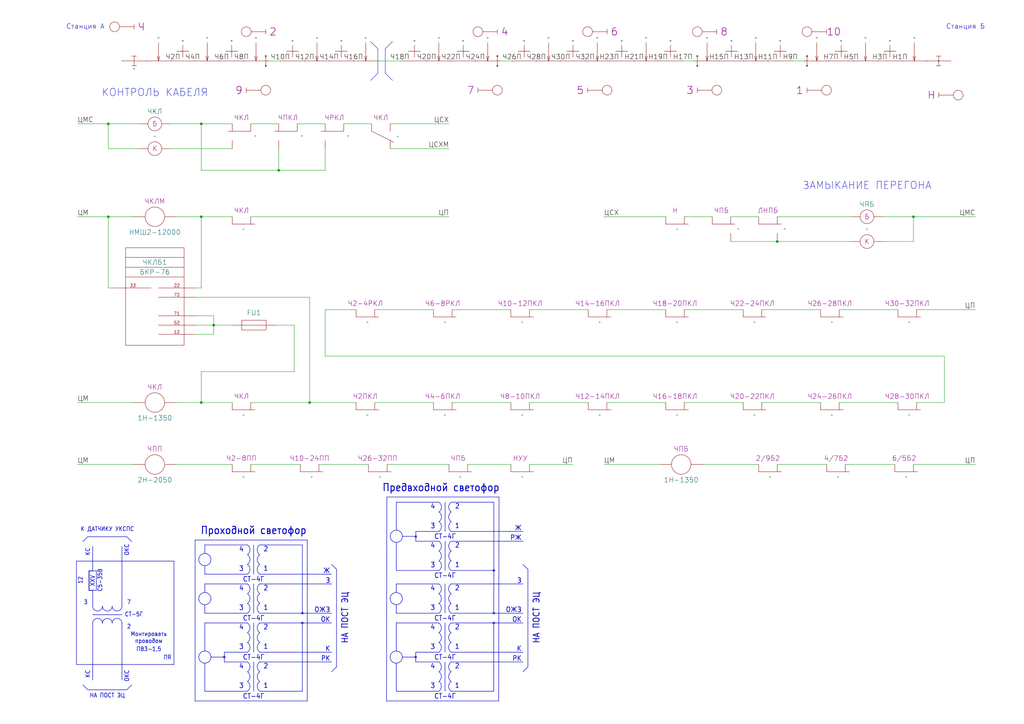
<source format=kicad_sch>
(kicad_sch (version 20231120) (generator "eeschema") (generator_version "8.0")
  (paper "A3")
  (title_block (title "Станция А") (company "МКТ РУТ (МИИТ)") (comment 1 "КП 27.02.03.03.000 ГЧ") (comment 2 "Сафранович") (comment 3 "Бузунова"))
  (junction (at 318.77 99.06))
  (junction (at 44.45 88.9))
  (junction (at 114.3 69.85))
  (junction (at 82.55 88.9))
  (junction (at 374.65 88.9))
  (junction (at 127 165.1))
  (junction (at 87.63 133.35))
  (junction (at 82.55 50.8))
  (junction (at 82.55 165.1))
  (junction (at 44.45 50.8))
  (polyline (pts (xy 84.0189 235.5) (xy 84.0189 232.0328)) (stroke (width 0.2)))
  (wire (pts (xy 102.87 165.1) (xy 127 165.1)))
  (polyline (pts (xy 180.0554 205.9724) (xy 162.5554 205.9724)) (stroke (width 0.2)))
  (polyline (pts (xy 182.5189 251.5) (xy 182.5189 239.5)) (stroke (width 0.2)))
  (wire (pts (xy 31.75 165.1) (xy 54.61 165.1)))
  (polyline (pts (xy 170.5189 271.5) (xy 170.5189 267.5)) (stroke (width 0.2)))
  (polyline (pts (xy 202.5554 233.9724) (xy 202.5554 205.9724)) (stroke (width 0.2)))
  (polyline (pts (xy 124.0189 283.5) (xy 124.0189 255.5)) (stroke (width 0.2)))
  (polyline (pts (xy 38.0189 242.1385) (xy 38.0189 248.5954)) (stroke (width 0.2)))
  (polyline (pts (xy 162.5554 205.9724) (xy 162.5587 217.4531)) (stroke (width 0.2)))
  (polyline (pts (xy 185.0554 217.9724) (xy 214.5554 217.9724)) (stroke (width 0.2)))
  (polyline (pts (xy 106.5189 267.5) (xy 136.0189 267.5)) (stroke (width 0.2)))
  (wire (pts (xy 102.87 88.9) (xy 184.15 88.9)))
  (polyline (pts (xy 36.5189 242.1432) (xy 38.0189 242.1432)) (stroke (width 0.2)))
  (polyline (pts (xy 180.0554 221.9724) (xy 170.5554 221.9724)) (stroke (width 0.2)))
  (polyline (pts (xy 185.0554 221.9724) (xy 214.5554 221.9724)) (stroke (width 0.2)))
  (polyline (pts (xy 101.5189 239.5) (xy 84.0189 239.5)) (stroke (width 0.2)))
  (polyline (pts (xy 104.0189 267.5) (xy 104.0189 255.5)) (stroke (width 0.2)))
  (wire (pts (xy 185.42 165.1) (xy 209.55 165.1)))
  (polyline (pts (xy 185.0189 267.5) (xy 214.5189 267.5)) (stroke (width 0.2)))
  (wire (pts (xy 121.92 50.8) (xy 133.35 50.8)))
  (wire (pts (xy 31.75 50.8) (xy 44.45 50.8)))
  (wire (pts (xy 57.15 60.96) (xy 44.45 60.96)))
  (polyline (pts (xy 170.5189 267.5) (xy 180.0189 267.5)) (stroke (width 0.2)))
  (wire (pts (xy 87.63 129.54) (xy 87.63 133.35)))
  (polyline (pts (xy 180.0189 271.5) (xy 170.5189 271.5)) (stroke (width 0.2)))
  (wire (pts (xy 247.65 190.5) (xy 270.51 190.5)))
  (polyline (pts (xy 84.0189 239.5) (xy 84.0189 242.982)) (stroke (width 0.2)))
  (wire (pts (xy 160.02 50.8) (xy 184.15 50.8)))
  (polyline (pts (xy 162.5189 255.5) (xy 162.5189 266.9663)) (stroke (width 0.2)))
  (polyline (pts (xy 36.0189 282.9254) (xy 34.0189 280.9254)) (stroke (width 0.2)))
  (wire (pts (xy 299.72 88.9) (xy 311.15 88.9)))
  (polyline (pts (xy 124.0189 283.5) (xy 106.5189 283.5)) (stroke (width 0.2)))
  (wire (pts (xy 374.65 88.9) (xy 400.05 88.9)))
  (polyline (pts (xy 80.0189 287.5) (xy 80.0189 221.5)) (stroke (width 0.2)))
  (wire (pts (xy 82.55 118.11) (xy 82.55 88.9)))
  (polyline (pts (xy 204.6732 203.8422) (xy 204.5189 287.5)) (stroke (width 0.2)))
  (wire (pts (xy 248.92 127) (xy 273.05 127)))
  (polyline (pts (xy 101.5189 271.5) (xy 92.0189 271.5)) (stroke (width 0.2)))
  (wire (pts (xy 133.35 127) (xy 146.05 127)))
  (polyline (pts (xy 202.5189 283.5) (xy 202.5189 255.5)) (stroke (width 0.2)))
  (polyline (pts (xy 165.0593 219.9724) (xy 170.5554 219.9724)) (stroke (width 0.2)))
  (polyline (pts (xy 104.0189 283.5) (xy 104.0189 271.5)) (stroke (width 0.2)))
  (polyline (pts (xy 71.3445 230.1432) (xy 71.3445 272.5476)) (stroke (width 0.2)))
  (polyline (pts (xy 162.5189 283.5) (xy 162.5189 272.0098)) (stroke (width 0.2)))
  (wire (pts (xy 387.35 165.1) (xy 375.92 165.1)))
  (polyline (pts (xy 162.5189 251.5) (xy 180.0189 251.5)) (stroke (width 0.2)))
  (polyline (pts (xy 185.0189 255.5) (xy 214.5189 255.5)) (stroke (width 0.2)))
  (wire (pts (xy 133.35 127) (xy 133.35 146.05)))
  (wire (pts (xy 80.01 121.92) (xy 127 121.92)))
  (polyline (pts (xy 50.0189 224.1385) (xy 50.0189 230.1432)) (stroke (width 0.2)))
  (wire (pts (xy 361.95 88.9) (xy 374.65 88.9)))
  (polyline (pts (xy 31.3445 230.1432) (xy 31.3445 272.5476)) (stroke (width 0.2)))
  (polyline (pts (xy 80.0189 221.5) (xy 126.0189 221.5)) (stroke (width 0.2)))
  (wire (pts (xy 44.45 118.11) (xy 44.45 88.9)))
  (wire (pts (xy 280 25) (xy 285 25)))
  (polyline (pts (xy 52.0189 282.9254) (xy 36.0189 282.9254)) (stroke (width 0.2)))
  (wire (pts (xy 130.81 190.5) (xy 151.13 190.5)))
  (polyline (pts (xy 31.3445 230.1432) (xy 71.3445 230.1432)) (stroke (width 0.2)))
  (polyline (pts (xy 165.0247 269.5) (xy 170.5189 269.5)) (stroke (width 0.2)))
  (polyline (pts (xy 39.5189 242.1432) (xy 36.5189 242.1432)) (stroke (width 0.2)))
  (polyline (pts (xy 158.5189 287.5) (xy 158.6732 203.8422)) (stroke (width 0.2)))
  (polyline (pts (xy 84.0189 283.5) (xy 101.5189 283.5)) (stroke (width 0.2)))
  (wire (pts (xy 82.55 50.8) (xy 95.25 50.8)))
  (polyline (pts (xy 170.5554 217.9724) (xy 180.0554 217.9724)) (stroke (width 0.2)))
  (polyline (pts (xy 185.0554 205.9724) (xy 202.5554 205.9724)) (stroke (width 0.2)))
  (polyline (pts (xy 38.0129 252.1241) (xy 50.0129 252.1241)) (stroke (width 0.2)))
  (polyline (pts (xy 101.5189 223.5) (xy 84.0189 223.5)) (stroke (width 0.2)))
  (polyline (pts (xy 185.0189 251.5) (xy 214.5189 251.5)) (stroke (width 0.2)))
  (wire (pts (xy 120.65 133.35) (xy 113.03 133.35)))
  (polyline (pts (xy 185.0189 271.5) (xy 214.5189 271.5)) (stroke (width 0.2)))
  (polyline (pts (xy 182.5189 283.5) (xy 182.5189 271.5)) (stroke (width 0.2)))
  (polyline (pts (xy 104.0189 251.5) (xy 104.0189 239.5)) (stroke (width 0.2)))
  (polyline (pts (xy 38.0189 278.9254) (xy 38.0189 255.6528)) (stroke (width 0.2)))
  (wire (pts (xy 344.17 165.1) (xy 368.3 165.1)))
  (polyline (pts (xy 162.5554 233.9724) (xy 180.0554 233.9724)) (stroke (width 0.2)))
  (polyline (pts (xy 50.0189 278.9254) (xy 50.0184 255.5873)) (stroke (width 0.2)))
  (polyline (pts (xy 106.5189 239.5) (xy 136.0189 239.5)) (stroke (width 0.2)))
  (polyline (pts (xy 162.5554 233.9724) (xy 162.5554 222.4531)) (stroke (width 0.2)))
  (polyline (pts (xy 106.5189 271.5) (xy 136.0189 271.5)) (stroke (width 0.2)))
  (wire (pts (xy 153.67 165.1) (xy 177.8 165.1)))
  (polyline (pts (xy 92.0189 267.5) (xy 101.5189 267.5)) (stroke (width 0.2)))
  (polyline (pts (xy 161 17) (xy 158 20)))
  (wire (pts (xy 158.75 190.5) (xy 184.15 190.5)))
  (polyline (pts (xy 36.5189 234.1432) (xy 39.5189 234.1432)) (stroke (width 0.2)))
  (wire (pts (xy 140.97 50.8) (xy 152.4 50.8)))
  (wire (pts (xy 127 121.92) (xy 127 165.1)))
  (wire (pts (xy 217.17 127) (xy 241.3 127)))
  (wire (pts (xy 185.42 127) (xy 209.55 127)))
  (wire (pts (xy 69.85 50.8) (xy 82.55 50.8)))
  (wire (pts (xy 44.45 50.8) (xy 57.15 50.8)))
  (polyline (pts (xy 138.0189 273.5) (xy 138.0189 233.5)) (stroke (width 0.2)))
  (wire (pts (xy 114.3 69.85) (xy 82.55 69.85)))
  (wire (pts (xy 375.92 127) (xy 400.05 127)))
  (polyline (pts (xy 182.5189 267.5) (xy 182.5189 255.5)) (stroke (width 0.2)))
  (polyline (pts (xy 54.0189 222.1385) (xy 52.0189 220.1385)) (stroke (width 0.2)))
  (wire (pts (xy 217.17 165.1) (xy 241.3 165.1)))
  (wire (pts (xy 87.63 137.16) (xy 87.63 133.35)))
  (wire (pts (xy 160.02 60.96) (xy 184.15 60.96)))
  (polyline (pts (xy 106.5189 255.5) (xy 136.0189 255.5)) (stroke (width 0.2)))
  (wire (pts (xy 127 165.1) (xy 146.05 165.1)))
  (wire (pts (xy 205 25) (xy 210 25)))
  (wire (pts (xy 361.95 99.06) (xy 374.65 99.06)))
  (polyline (pts (xy 84.0189 283.5) (xy 84.0189 272.0098)) (stroke (width 0.2)))
  (wire (pts (xy 31.75 88.9) (xy 44.45 88.9)))
  (wire (pts (xy 217.17 190.5) (xy 234.95 190.5)))
  (polyline (pts (xy 216.5189 273.5) (xy 216.5189 233.5)) (stroke (width 0.2)))
  (polyline (pts (xy 124.0189 223.5) (xy 124.0189 251.5)) (stroke (width 0.2)))
  (polyline (pts (xy 216.5189 233.5) (xy 214.5189 231.5)) (stroke (width 0.2)))
  (wire (pts (xy 280.67 127) (xy 304.8 127)))
  (wire (pts (xy 280.67 88.9) (xy 292.1 88.9)))
  (polyline (pts (xy 84.0189 255.5) (xy 84.0189 266.9663)) (stroke (width 0.2)))
  (wire (pts (xy 387.35 146.05) (xy 387.35 165.1)))
  (polyline (pts (xy 84.0189 251.5) (xy 101.5189 251.5)) (stroke (width 0.2)))
  (wire (pts (xy 31.75 190.5) (xy 54.61 190.5)))
  (wire (pts (xy 72.39 165.1) (xy 82.55 165.1)))
  (wire (pts (xy 72.39 88.9) (xy 82.55 88.9)))
  (polyline (pts (xy 54.0189 280.9254) (xy 52.0189 282.9254)) (stroke (width 0.2)))
  (polyline (pts (xy 38.0189 224.1385) (xy 38.0189 230.1432)) (stroke (width 0.2)))
  (wire (pts (xy 72.39 190.5) (xy 95.25 190.5)))
  (polyline (pts (xy 36.0189 220.1385) (xy 34.0189 222.1385)) (stroke (width 0.2)))
  (polyline (pts (xy 38.0189 230.1432) (xy 38.0189 234.1432)) (stroke (width 0.2)))
  (polyline (pts (xy 158 30) (xy 161 33)))
  (polyline (pts (xy 104.0189 235.5) (xy 104.0189 223.5)) (stroke (width 0.2)))
  (polyline (pts (xy 136.0189 275.5) (xy 138.0189 273.5)) (stroke (width 0.2)))
  (wire (pts (xy 80.01 118.11) (xy 82.55 118.11)))
  (polyline (pts (xy 158.6732 203.8422) (xy 204.6732 203.8422)) (stroke (width 0.2)))
  (wire (pts (xy 44.45 88.9) (xy 54.61 88.9)))
  (polyline (pts (xy 50.0189 242.1432) (xy 50.0189 248.6241)) (stroke (width 0.2)))
  (wire (pts (xy 80.01 129.54) (xy 87.63 129.54)))
  (polyline (pts (xy 152 33) (xy 155 30)))
  (wire (pts (xy 374.65 190.5) (xy 400.05 190.5)))
  (polyline (pts (xy 106.5189 251.5) (xy 136.0189 251.5)) (stroke (width 0.2)))
  (wire (pts (xy 318.77 99.06) (xy 349.25 99.06)))
  (wire (pts (xy 133.35 60.96) (xy 133.35 69.85)))
  (polyline (pts (xy 38.0189 234.1432) (xy 36.5189 234.1432)) (stroke (width 0.2)))
  (wire (pts (xy 82.55 69.85) (xy 82.55 50.8)))
  (wire (pts (xy 346.71 190.5) (xy 367.03 190.5)))
  (wire (pts (xy 80.01 133.35) (xy 87.63 133.35)))
  (wire (pts (xy 318.77 88.9) (xy 349.25 88.9)))
  (wire (pts (xy 374.65 99.06) (xy 374.65 88.9)))
  (polyline (pts (xy 155 20) (xy 155 30)))
  (polyline (pts (xy 101.5189 255.5) (xy 84.0189 255.5)) (stroke (width 0.2)))
  (wire (pts (xy 114.3 69.85) (xy 133.35 69.85)))
  (polyline (pts (xy 202.5554 233.9724) (xy 202.5189 251.5)) (stroke (width 0.2)))
  (wire (pts (xy 325 25) (xy 330 25)))
  (polyline (pts (xy 204.5189 287.5) (xy 158.5189 287.5)) (stroke (width 0.2)))
  (wire (pts (xy 82.55 152.4) (xy 120.65 152.4)))
  (wire (pts (xy 82.55 152.4) (xy 82.55 165.1)))
  (wire (pts (xy 344.17 127) (xy 368.3 127)))
  (polyline (pts (xy 185.0189 239.5) (xy 214.5189 239.5)) (stroke (width 0.2)))
  (wire (pts (xy 114.3 60.96) (xy 114.3 69.85)))
  (polyline (pts (xy 202.5189 283.5) (xy 185.0189 283.5)) (stroke (width 0.2)))
  (polyline (pts (xy 86.5247 269.5) (xy 92.0189 269.5)) (stroke (width 0.2)))
  (polyline (pts (xy 170.5554 221.9724) (xy 170.5554 217.9724)) (stroke (width 0.2)))
  (polyline (pts (xy 158 20) (xy 158 30)))
  (wire (pts (xy 110 25) (xy 115 25)))
  (polyline (pts (xy 84.0189 223.5) (xy 84.0189 226.9686)) (stroke (width 0.2)))
  (polyline (pts (xy 50.0189 230.1432) (xy 50.0189 242.1385)) (stroke (width 0.2)))
  (polyline (pts (xy 180.0189 255.5) (xy 162.5189 255.5)) (stroke (width 0.2)))
  (polyline (pts (xy 162.5189 239.5) (xy 162.5189 242.982)) (stroke (width 0.2)))
  (wire (pts (xy 248.92 165.1) (xy 273.05 165.1)))
  (polyline (pts (xy 36.5189 242.1432) (xy 36.5189 234.1432)) (stroke (width 0.2)))
  (polyline (pts (xy 138.0189 233.5) (xy 136.0189 231.5)) (stroke (width 0.2)))
  (polyline (pts (xy 39.5189 234.1432) (xy 39.5189 242.1432)) (stroke (width 0.2)))
  (wire (pts (xy 299.72 99.06) (xy 318.77 99.06)))
  (wire (pts (xy 280.67 165.1) (xy 304.8 165.1)))
  (wire (pts (xy 80.01 137.16) (xy 87.63 137.16)))
  (polyline (pts (xy 202.5554 233.9724) (xy 185.0554 233.9724)) (stroke (width 0.2)))
  (polyline (pts (xy 126.0189 221.5) (xy 126.0189 287.5)) (stroke (width 0.2)))
  (wire (pts (xy 312.42 165.1) (xy 336.55 165.1)))
  (wire (pts (xy 191.77 190.5) (xy 209.55 190.5)))
  (polyline (pts (xy 182.5554 217.9724) (xy 182.5554 205.9724)) (stroke (width 0.2)))
  (wire (pts (xy 153.67 127) (xy 177.8 127)))
  (polyline (pts (xy 106.5189 235.5) (xy 136.0189 235.5)) (stroke (width 0.2)))
  (polyline (pts (xy 106.5189 223.5) (xy 124.0189 223.5)) (stroke (width 0.2)))
  (wire (pts (xy 69.85 60.96) (xy 95.25 60.96)))
  (wire (pts (xy 312.42 127) (xy 336.55 127)))
  (wire (pts (xy 102.87 50.8) (xy 114.3 50.8)))
  (polyline (pts (xy 214.5189 275.5) (xy 216.5189 273.5)) (stroke (width 0.2)))
  (wire (pts (xy 318.77 190.5) (xy 339.09 190.5)))
  (polyline (pts (xy 182.5554 233.9724) (xy 182.5554 221.9724)) (stroke (width 0.2)))
  (polyline (pts (xy 162.5189 247.9955) (xy 162.5189 251.5)) (stroke (width 0.2)))
  (polyline (pts (xy 152 17) (xy 155 20)))
  (polyline (pts (xy 162.5189 283.5) (xy 180.0189 283.5)) (stroke (width 0.2)))
  (wire (pts (xy 133.35 146.05) (xy 387.35 146.05)))
  (wire (pts (xy 87.63 133.35) (xy 95.25 133.35)))
  (polyline (pts (xy 180.0189 239.5) (xy 162.5189 239.5)) (stroke (width 0.2)))
  (polyline (pts (xy 52.0189 220.1385) (xy 36.0189 220.1385)) (stroke (width 0.2)))
  (polyline (pts (xy 71.3445 272.5476) (xy 31.3445 272.5476)) (stroke (width 0.2)))
  (wire (pts (xy 102.87 190.5) (xy 123.19 190.5)))
  (wire (pts (xy 82.55 165.1) (xy 95.25 165.1)))
  (wire (pts (xy 120.65 152.4) (xy 120.65 133.35)))
  (polyline (pts (xy 126.0189 287.5) (xy 80.0189 287.5)) (stroke (width 0.2)))
  (polyline (pts (xy 84.0189 235.5) (xy 101.5189 235.5)) (stroke (width 0.2)))
  (polyline (pts (xy 92.0189 271.5) (xy 92.0189 267.5)) (stroke (width 0.2)))
  (wire (pts (xy 82.55 88.9) (xy 95.25 88.9)))
  (wire (pts (xy 247.65 88.9) (xy 273.05 88.9)))
  (polyline (pts (xy 84.0189 247.9955) (xy 84.0189 251.5)) (stroke (width 0.2)))
  (wire (pts (xy 44.45 60.96) (xy 44.45 50.8)))
  (wire (pts (xy 288.29 190.5) (xy 311.15 190.5)))
  (wire (pts (xy 155 25) (xy 165 25)))
  (wire (pts (xy 46.99 118.11) (xy 44.45 118.11)))
  (polyline (pts (xy 36.5189 234.1432) (xy 36.5189 242.1432)) (stroke (width 0.2)))
  (arc (start 185.0189 267.5) (mid 184.0189 265.5) (end 185.0189 263.5) (stroke (width 0.2)))
  (arc (start 202.9552 233.962) (mid 202.5824 234.3346) (end 202.2095 233.962) (stroke (width 0.2)))
  (arc (start 185.0554 229.9724) (mid 184.0549 227.9714) (end 185.0554 225.9724) (stroke (width 0.2)))
  (arc (start 180.0189 279.5) (mid 181.0189 281.5) (end 180.0189 283.5) (stroke (width 0.2)))
  (arc (start 180.0189 255.5) (mid 181.0189 257.5) (end 180.0189 259.5) (stroke (width 0.2)))
  (arc (start 185.0554 225.9724) (mid 184.0549 223.9714) (end 185.0554 221.9724) (stroke (width 0.2)))
  (arc (start 106.5189 243.5) (mid 105.5189 241.5) (end 106.5189 239.5) (stroke (width 0.2)))
  (arc (start 101.5189 279.5) (mid 102.5189 281.5) (end 101.5189 283.5) (stroke (width 0.2)))
  (circle (center 84.0189 245.5) (radius 2.5) (stroke (width 0.2)))
  (arc (start 101.5189 275.5) (mid 102.5189 277.5) (end 101.5189 279.5) (stroke (width 0.2)))
  (arc (start 180.0554 209.9724) (mid 181.0549 211.9714) (end 180.0554 213.9724) (stroke (width 0.2)))
  (arc (start 202.2095 233.962) (mid 202.5824 233.5891) (end 202.9552 233.962) (stroke (width 0.2)))
  (arc (start 180.0189 239.5) (mid 181.0189 241.5) (end 180.0189 243.5) (stroke (width 0.2)))
  (arc (start 202.1454 255.4982) (mid 202.5183 255.1253) (end 202.8911 255.4982) (stroke (width 0.2)))
  (arc (start 42.0189 248.605) (mid 40.0141 250.6) (end 38.0189 248.5954) (stroke (width 0.2)))
  (arc (start 106.5189 227.5) (mid 105.5189 225.5) (end 106.5189 223.5) (stroke (width 0.2)))
  (circle (center 84.0189 229.5) (radius 2.5) (stroke (width 0.2)))
  (arc (start 123.6454 251.4982) (mid 124.0183 251.1253) (end 124.3911 251.4982) (stroke (width 0.2)))
  (arc (start 101.5189 263.5) (mid 102.5189 265.5) (end 101.5189 267.5) (stroke (width 0.2)))
  (arc (start 106.5189 235.5) (mid 105.5189 233.5) (end 106.5189 231.5) (stroke (width 0.2)))
  (arc (start 106.5189 251.5) (mid 105.5189 249.5) (end 106.5189 247.5) (stroke (width 0.2)))
  (arc (start 185.0554 209.9724) (mid 184.0549 207.9714) (end 185.0554 205.9724) (stroke (width 0.2)))
  (arc (start 101.5189 227.5) (mid 102.5189 229.5) (end 101.5189 231.5) (stroke (width 0.2)))
  (circle (center 162.5189 245.5) (radius 2.5) (stroke (width 0.2)))
  (arc (start 92.3911 269.4982) (mid 92.0183 269.8708) (end 91.6454 269.4982) (stroke (width 0.2)))
  (arc (start 124.3911 255.4982) (mid 124.0183 255.8708) (end 123.6454 255.4982) (stroke (width 0.2)))
  (arc (start 202.8911 251.4982) (mid 202.5183 251.8708) (end 202.1454 251.4982) (stroke (width 0.2)))
  (arc (start 185.0189 243.5) (mid 184.0189 241.5) (end 185.0189 239.5) (stroke (width 0.2)))
  (arc (start 185.0189 259.5) (mid 184.0189 257.5) (end 185.0189 255.5) (stroke (width 0.2)))
  (arc (start 180.0554 229.9724) (mid 181.0549 231.9714) (end 180.0554 233.9724) (stroke (width 0.2)))
  (arc (start 106.5189 247.5) (mid 105.5189 245.5) (end 106.5189 243.5) (stroke (width 0.2)))
  (arc (start 101.5189 239.5) (mid 102.5189 241.5) (end 101.5189 243.5) (stroke (width 0.2)))
  (arc (start 101.5189 255.5) (mid 102.5189 257.5) (end 101.5189 259.5) (stroke (width 0.2)))
  (arc (start 185.0554 217.9724) (mid 184.0549 215.9714) (end 185.0554 213.9724) (stroke (width 0.2)))
  (arc (start 101.5189 243.5) (mid 102.5189 245.5) (end 101.5189 247.5) (stroke (width 0.2)))
  (arc (start 106.5189 259.5) (mid 105.5189 257.5) (end 106.5189 255.5) (stroke (width 0.2)))
  (arc (start 180.0189 263.5) (mid 181.0189 265.5) (end 180.0189 267.5) (stroke (width 0.2)))
  (arc (start 180.0189 243.5) (mid 181.0189 245.5) (end 180.0189 247.5) (stroke (width 0.2)))
  (arc (start 185.0189 275.5) (mid 184.0189 273.5) (end 185.0189 271.5) (stroke (width 0.2)))
  (arc (start 46.0189 255.6337) (mid 48.0141 253.63) (end 50.0189 255.6241) (stroke (width 0.2)))
  (arc (start 123.6454 255.4982) (mid 124.0183 255.1253) (end 124.3911 255.4982) (stroke (width 0.2)))
  (arc (start 124.3911 251.4982) (mid 124.0183 251.8708) (end 123.6454 251.4982) (stroke (width 0.2)))
  (arc (start 185.0189 251.5) (mid 184.0189 249.5) (end 185.0189 247.5) (stroke (width 0.2)))
  (arc (start 202.1454 251.4982) (mid 202.5183 251.1253) (end 202.8911 251.4982) (stroke (width 0.2)))
  (arc (start 101.5189 271.5) (mid 102.5189 273.5) (end 101.5189 275.5) (stroke (width 0.2)))
  (arc (start 91.6454 269.4982) (mid 92.0183 269.1253) (end 92.3911 269.4982) (stroke (width 0.2)))
  (arc (start 180.0189 275.5) (mid 181.0189 277.5) (end 180.0189 279.5) (stroke (width 0.2)))
  (arc (start 170.8911 269.4982) (mid 170.5183 269.8708) (end 170.1454 269.4982) (stroke (width 0.2)))
  (arc (start 46.0189 248.6145) (mid 44.0142 250.61) (end 42.0189 248.605) (stroke (width 0.2)))
  (arc (start 106.5189 263.5) (mid 105.5189 261.5) (end 106.5189 259.5) (stroke (width 0.2)))
  (arc (start 180.0189 271.5) (mid 181.0189 273.5) (end 180.0189 275.5) (stroke (width 0.2)))
  (arc (start 180.0554 213.9724) (mid 181.0549 215.9714) (end 180.0554 217.9724) (stroke (width 0.2)))
  (arc (start 106.5189 231.5) (mid 105.5189 229.5) (end 106.5189 227.5) (stroke (width 0.2)))
  (arc (start 42.0189 255.6432) (mid 44.0142 253.64) (end 46.0189 255.6337) (stroke (width 0.2)))
  (arc (start 106.5189 283.5) (mid 105.5189 281.5) (end 106.5189 279.5) (stroke (width 0.2)))
  (arc (start 185.0189 247.5) (mid 184.0189 245.5) (end 185.0189 243.5) (stroke (width 0.2)))
  (arc (start 101.5189 223.5) (mid 102.5189 225.5) (end 101.5189 227.5) (stroke (width 0.2)))
  (arc (start 180.0554 221.9724) (mid 181.0549 223.9714) (end 180.0554 225.9724) (stroke (width 0.2)))
  (circle (center 162.5189 269.5) (radius 2.5) (stroke (width 0.2)))
  (arc (start 185.0189 283.5) (mid 184.0189 281.5) (end 185.0189 279.5) (stroke (width 0.2)))
  (arc (start 106.5189 275.5) (mid 105.5189 273.5) (end 106.5189 271.5) (stroke (width 0.2)))
  (arc (start 185.0189 263.5) (mid 184.0189 261.5) (end 185.0189 259.5) (stroke (width 0.2)))
  (circle (center 84.0189 269.5) (radius 2.5) (stroke (width 0.2)))
  (arc (start 180.0554 225.9724) (mid 181.0549 227.9714) (end 180.0554 229.9724) (stroke (width 0.2)))
  (arc (start 180.0189 259.5) (mid 181.0189 261.5) (end 180.0189 263.5) (stroke (width 0.2)))
  (arc (start 185.0554 213.9724) (mid 184.0549 211.9714) (end 185.0554 209.9724) (stroke (width 0.2)))
  (arc (start 202.8911 255.4982) (mid 202.5183 255.8708) (end 202.1454 255.4982) (stroke (width 0.2)))
  (arc (start 101.5189 247.5) (mid 102.5189 249.5) (end 101.5189 251.5) (stroke (width 0.2)))
  (arc (start 185.0554 233.9724) (mid 184.0549 231.9714) (end 185.0554 229.9724) (stroke (width 0.2)))
  (arc (start 180.0189 247.5) (mid 181.0189 249.5) (end 180.0189 251.5) (stroke (width 0.2)))
  (arc (start 106.5189 279.5) (mid 105.5189 277.5) (end 106.5189 275.5) (stroke (width 0.2)))
  (arc (start 101.5189 231.5) (mid 102.5189 233.5) (end 101.5189 235.5) (stroke (width 0.2)))
  (arc (start 101.5189 259.5) (mid 102.5189 261.5) (end 101.5189 263.5) (stroke (width 0.2)))
  (arc (start 106.5189 267.5) (mid 105.5189 265.5) (end 106.5189 263.5) (stroke (width 0.2)))
  (arc (start 180.0554 205.9724) (mid 181.0549 207.9714) (end 180.0554 209.9724) (stroke (width 0.2)))
  (arc (start 50.0189 248.6241) (mid 48.0141 250.62) (end 46.0189 248.6145) (stroke (width 0.2)))
  (arc (start 38.0189 255.6528) (mid 40.0141 253.65) (end 42.0189 255.6432) (stroke (width 0.2)))
  (arc (start 170.9318 220.1044) (mid 170.559 220.4772) (end 170.1862 220.1044) (stroke (width 0.2)))
  (arc (start 170.1862 220.1044) (mid 170.559 219.7315) (end 170.9318 220.1044) (stroke (width 0.2)))
  (arc (start 185.0189 279.5) (mid 184.0189 277.5) (end 185.0189 275.5) (stroke (width 0.2)))
  (circle (center 162.5594 219.9531) (radius 2.5) (stroke (width 0.2)))
  (arc (start 170.1454 269.4982) (mid 170.5183 269.1253) (end 170.8911 269.4982) (stroke (width 0.2)))
  (text "" (at 100.5189 227.5 0) (effects (font (size 2 1.8) (thickness 0.25)) (justify left bottom)))
  (text "" (at 108 248.5 0) (effects (font (size 2 1.8) (thickness 0.25)) (justify left bottom)))
  (text "1" (at 186.5 250.5 0) (effects (font (size 2 1.8) (thickness 0.25)) (justify left bottom)))
  (text "" (at 92.0189 287.5 0) (effects (font (size 2 1.8) (thickness 0.25)) (justify left bottom)))
  (text "" (at 120.5189 259.5 0) (effects (font (size 2 1.8) (thickness 0.25)) (justify left bottom)))
  (text "" (at 175.0189 211.5 0) (effects (font (size 2 1.8) (thickness 0.25)) (justify left bottom)))
  (text "" (at 183.5189 215.5 0) (effects (font (size 2 1.8) (thickness 0.25)) (justify left bottom)))
  (text "2" (at 108 242.5 0) (effects (font (size 2 1.8) (thickness 0.25)) (justify left bottom)))
  (text "" (at 211.5189 241.5 0) (effects (font (size 2 1.8) (thickness 0.25)) (justify left bottom)))
  (text "7" (at 52.0189 248.1432 0) (effects (font (size 1.7 1.53) (thickness 0.2125)) (justify left bottom)))
  (text "" (at 191 270.5 0) (effects (font (size 2 1.8) (thickness 0.25)) (justify left bottom)))
  (text "ОК" (at 214.0245 255.4032 0) (effects (font (size 2 1.8) (thickness 0.25)) (justify right bottom)))
  (text "" (at 116.0189 271.5 0) (effects (font (size 2 1.8) (thickness 0.25)) (justify left bottom)))
  (text "К" (at 135.5245 267.4032 0) (effects (font (size 2 1.8) (thickness 0.25)) (justify right bottom)))
  (text "Станция А" (at 35 11 0) (effects (font (size 2 2))))
  (text "" (at 120.5189 253.5 0) (effects (font (size 2 1.8) (thickness 0.25)) (justify left bottom)))
  (text "" (at 100.0272 248.5 0) (effects (font (size 2 1.8) (thickness 0.25)) (justify right bottom)))
  (text "" (at 128.5189 235.5 0) (effects (font (size 2 1.8) (thickness 0.25)) (justify left bottom)))
  (text "3" (at 100.0272 234.5856 0) (effects (font (size 2 1.8) (thickness 0.25)) (justify right bottom)))
  (text "4" (at 100.0272 242.5856 0) (effects (font (size 2 1.8) (thickness 0.25)) (justify right bottom)))
  (text "" (at 211.5189 259.5 0) (effects (font (size 2 1.8) (thickness 0.25)) (justify left bottom)))
  (text "" (at 187.0189 225 0) (effects (font (size 2 1.8) (thickness 0.25)) (justify bottom)))
  (text "" (at 128.5189 253.5 0) (effects (font (size 2 1.8) (thickness 0.25)) (justify left bottom)))
  (text "4" (at 100.0272 226.5856 0) (effects (font (size 2 1.8) (thickness 0.25)) (justify right bottom)))
  (text "Ж" (at 214.061 217.8756 0) (effects (font (size 2 1.8) (thickness 0.25)) (justify right bottom)))
  (text "" (at 88.5189 273.5 0) (effects (font (size 2 1.8) (thickness 0.25)) (justify left bottom)))
  (text "" (at 183.5189 215.5 0) (effects (font (size 2 1.8) (thickness 0.25)) (justify left bottom)))
  (text "" (at 183.5189 267.5 0) (effects (font (size 2 1.8) (thickness 0.25)) (justify left bottom)))
  (text "" (at 199.0189 223.5 0) (effects (font (size 2 1.8) (thickness 0.25)) (justify left bottom)))
  (text "" (at 92.0189 223.5 0) (effects (font (size 2 1.8) (thickness 0.25)) (justify left bottom)))
  (text "З" (at 214.0245 239.4032 0) (effects (font (size 2 1.8) (thickness 0.25)) (justify right bottom)))
  (text "ПВ3-1,5" (at 61.0245 267.4032 0) (effects (font (size 1.7 1.53) (thickness 0.2125)) (justify bottom)))
  (text "" (at 100.5189 227.5 0) (effects (font (size 2 1.8) (thickness 0.25)) (justify left bottom)))
  (text "Станция Б" (at 396 11 0) (effects (font (size 2 2))))
  (text "" (at 108 282.5 0) (effects (font (size 2 1.8) (thickness 0.25)) (justify left bottom)))
  (text "" (at 132.0189 241.5 0) (effects (font (size 2 1.8) (thickness 0.25)) (justify left bottom)))
  (text "" (at 132.0189 235.5 0) (effects (font (size 2 1.8) (thickness 0.25)) (justify left bottom)))
  (text "" (at 183.5189 251.5 0) (effects (font (size 2 1.8) (thickness 0.25)) (justify left bottom)))
  (text "3" (at 178.5637 233.0581 0) (effects (font (size 2 1.8) (thickness 0.25)) (justify right bottom)))
  (text "" (at 203.5189 247.5 0) (effects (font (size 2 1.8) (thickness 0.25)) (justify left bottom)))
  (text "" (at 215.0189 259.5 0) (effects (font (size 2 1.8) (thickness 0.25)) (justify left bottom)))
  (text "" (at 100.5189 227.5 0) (effects (font (size 2 1.8) (thickness 0.25)) (justify left bottom)))
  (text "" (at 203.5189 241.5 0) (effects (font (size 2 1.8) (thickness 0.25)) (justify left bottom)))
  (text "РК" (at 214.0245 271.4032 0) (effects (font (size 2 1.8) (thickness 0.25)) (justify right bottom)))
  (text "" (at 203.5189 241.5 0) (effects (font (size 2 1.8) (thickness 0.25)) (justify left bottom)))
  (text "" (at 104.0189 271 0) (effects (font (size 2 1.8) (thickness 0.25)) (justify bottom)))
  (text "" (at 128.5189 253.5 0) (effects (font (size 2 1.8) (thickness 0.25)) (justify left bottom)))
  (text "НА ПОСТ ЭЦ" (at 140.0189 253.5 90) (effects (font (size 2.5 2.25) (thickness 0.3125)) (justify top)))
  (text "" (at 92.0182 273.4982 0) (effects (font (size 0.2 0.18) (thickness 0.025)) (justify left bottom)))
  (text "4" (at 178.5272 242.5856 0) (effects (font (size 2 1.8) (thickness 0.25)) (justify right bottom)))
  (text "К ДАТЧИКУ УКСПС" (at 44.0189 218.1385 0) (effects (font (size 1.7 1.53) (thickness 0.2125)) (justify bottom)))
  (text "3" (at 100.0272 266.5856 0) (effects (font (size 2 1.8) (thickness 0.25)) (justify right bottom)))
  (text "1" (at 186.5 282.5 0) (effects (font (size 2 1.8) (thickness 0.25)) (justify left bottom)))
  (text "" (at 203.5189 247.5 0) (effects (font (size 2 1.8) (thickness 0.25)) (justify left bottom)))
  (text "" (at 108.0189 268 0) (effects (font (size 0.8 0.72) (thickness 0.1)) (justify left bottom)))
  (text "" (at 187.0189 259 0) (effects (font (size 2 1.8) (thickness 0.25)) (justify bottom)))
  (text "КС" (at 36.0189 228.1385 90) (effects (font (size 1.7 1.53) (thickness 0.2125)) (justify left)))
  (text "1" (at 186.5 266.5 0) (effects (font (size 2 1.8) (thickness 0.25)) (justify left bottom)))
  (text "" (at 104.0189 255 0) (effects (font (size 2 1.8) (thickness 0.25)) (justify bottom)))
  (text "4" (at 100.0272 258.5856 0) (effects (font (size 2 1.8) (thickness 0.25)) (justify right bottom)))
  (text "4" (at 178.5272 274.5856 0) (effects (font (size 2 1.8) (thickness 0.25)) (justify right bottom)))
  (text "" (at 128.5189 275.5 0) (effects (font (size 2 1.8) (thickness 0.25)) (justify left bottom)))
  (text "" (at 183.5189 233.5 0) (effects (font (size 2 1.8) (thickness 0.25)) (justify left bottom)))
  (text "" (at 100.5189 245.5 0) (effects (font (size 2 1.8) (thickness 0.25)) (justify left bottom)))
  (text "" (at 171.5189 261.5 0) (effects (font (size 2 1.8) (thickness 0.25)) (justify left bottom)))
  (text "3" (at 178.5272 266.5856 0) (effects (font (size 2 1.8) (thickness 0.25)) (justify right bottom)))
  (text "" (at 211.5189 229.5 0) (effects (font (size 2 1.8) (thickness 0.25)) (justify left bottom)))
  (text "3" (at 100.0272 282.5856 0) (effects (font (size 2 1.8) (thickness 0.25)) (justify right bottom)))
  (text "XXV" (at 39.0245 238.4032 90) (effects (font (size 1.8 1.62) (thickness 0.225)) (justify bottom)))
  (text "" (at 100.0189 232 0) (effects (font (size 0.8 0.72) (thickness 0.1)) (justify right bottom)))
  (text "" (at 187.0189 229 0) (effects (font (size 0.5 0.45) (thickness 0.0625)) (justify bottom)))
  (text "" (at 191 218.5 0) (effects (font (size 2 1.8) (thickness 0.25)) (justify left bottom)))
  (text "" (at 100.5189 263.5 0) (effects (font (size 2 1.8) (thickness 0.25)) (justify left bottom)))
  (text "" (at 183.5189 233.5 0) (effects (font (size 2 1.8) (thickness 0.25)) (justify left bottom)))
  (text "" (at 92.0189 271.5 0) (effects (font (size 2 1.8) (thickness 0.25)) (justify left bottom)))
  (text "" (at 175.0189 241.5 0) (effects (font (size 2 1.8) (thickness 0.25)) (justify left bottom)))
  (text "" (at 128.5189 275.5 0) (effects (font (size 2 1.8) (thickness 0.25)) (justify left bottom)))
  (text "" (at 116.0189 235.5 0) (effects (font (size 2 1.8) (thickness 0.25)) (justify left bottom)))
  (text "" (at 100.0189 284 0) (effects (font (size 0.8 0.72) (thickness 0.1)) (justify right bottom)))
  (text "" (at 207.0182 247.4982 0) (effects (font (size 0.2 0.18) (thickness 0.025)) (justify left bottom)))
  (text "" (at 211.5189 263.5 0) (effects (font (size 2 1.8) (thickness 0.25)) (justify left bottom)))
  (text "" (at 116.0189 259.5 0) (effects (font (size 2 1.8) (thickness 0.25)) (justify left bottom)))
  (text "" (at 100.5189 279.5 0) (effects (font (size 2 1.8) (thickness 0.25)) (justify left bottom)))
  (text "" (at 92.0189 259.5 0) (effects (font (size 2 1.8) (thickness 0.25)) (justify left bottom)))
  (text "2" (at 108 258.5 0) (effects (font (size 2 1.8) (thickness 0.25)) (justify left bottom)))
  (text "" (at 191.0189 220 0) (effects (font (size 0.8 0.72) (thickness 0.1)) (justify left bottom)))
  (text "2" (at 186.5 242.5 0) (effects (font (size 2 1.8) (thickness 0.25)) (justify left bottom)))
  (text "" (at 92.0189 253.5 0) (effects (font (size 2 1.8) (thickness 0.25)) (justify left bottom)))
  (text "" (at 203.5189 247.5 0) (effects (font (size 2 1.8) (thickness 0.25)) (justify left bottom)))
  (text "2" (at 186.5 274.5 0) (effects (font (size 2 1.8) (thickness 0.25)) (justify left bottom)))
  (text "" (at 199.0189 211.5 0) (effects (font (size 2 1.8) (thickness 0.25)) (justify left bottom)))
  (text "СТ-4Г" (at 104.0245 286.9032 0) (effects (font (size 2 1.8) (thickness 0.25)) (justify bottom)))
  (text "КС" (at 36.0189 274.9254 90) (effects (font (size 1.7 1.53) (thickness 0.2125)) (justify right)))
  (text "" (at 183.5189 215.5 0) (effects (font (size 2 1.8) (thickness 0.25)) (justify left bottom)))
  (text "" (at 116.0189 253.5 0) (effects (font (size 2 1.8) (thickness 0.25)) (justify left bottom)))
  (text "" (at 116.0189 241.5 0) (effects (font (size 2 1.8) (thickness 0.25)) (justify left bottom)))
  (text "" (at 187.0189 246.5 0) (effects (font (size 2 1.8) (thickness 0.25)) (justify bottom)))
  (text "" (at 215.0189 229.5 0) (effects (font (size 2 1.8) (thickness 0.25)) (justify left bottom)))
  (text "" (at 100.0272 230.5 0) (effects (font (size 2 1.8) (thickness 0.25)) (justify right bottom)))
  (text "" (at 187.0189 243 0) (effects (font (size 2 1.8) (thickness 0.25)) (justify bottom)))
  (text "СТ-4Г" (at 182.5245 286.9032 0) (effects (font (size 2 1.8) (thickness 0.25)) (justify bottom)))
  (text "" (at 108.0189 284 0) (effects (font (size 0.8 0.72) (thickness 0.1)) (justify left bottom)))
  (text "" (at 124.0182 253.4982 0) (effects (font (size 0.2 0.18) (thickness 0.025)) (justify left bottom)))
  (text "" (at 183.5189 215.5 0) (effects (font (size 2 1.8) (thickness 0.25)) (justify left bottom)))
  (text "" (at 175.0189 229.5 0) (effects (font (size 2 1.8) (thickness 0.25)) (justify left bottom)))
  (text "" (at 124.0182 259.4982 0) (effects (font (size 0.2 0.18) (thickness 0.025)) (justify left bottom)))
  (text "" (at 108.0189 250 0) (effects (font (size 0.8 0.72) (thickness 0.1)) (justify left bottom)))
  (text "" (at 203.5189 247.5 0) (effects (font (size 2 1.8) (thickness 0.25)) (justify left bottom)))
  (text "" (at 191 254.5 0) (effects (font (size 2 1.8) (thickness 0.25)) (justify left bottom)))
  (text "проводом" (at 61.0189 264.075 0) (effects (font (size 1.7 1.53) (thickness 0.2125)) (justify bottom)))
  (text "Монтировать" (at 61.0189 261.2167 0) (effects (font (size 1.7 1.53) (thickness 0.2125)) (justify bottom)))
  (text "" (at 88.5189 273.5 0) (effects (font (size 2 1.8) (thickness 0.25)) (justify left bottom)))
  (text "СТ-4Г" (at 182.5245 270.9032 0) (effects (font (size 2 1.8) (thickness 0.25)) (justify bottom)))
  (text "" (at 120.5189 259.5 0) (effects (font (size 2 1.8) (thickness 0.25)) (justify left bottom)))
  (text "" (at 132.0189 253.5 0) (effects (font (size 2 1.8) (thickness 0.25)) (justify left bottom)))
  (text "" (at 175.0189 223.5 0) (effects (font (size 2 1.8) (thickness 0.25)) (justify left bottom)))
  (text "" (at 187.0189 210.5 0) (effects (font (size 2 1.8) (thickness 0.25)) (justify bottom)))
  (text "2" (at 108 226.5 0) (effects (font (size 2 1.8) (thickness 0.25)) (justify left bottom)))
  (text "РЖ" (at 214.061 221.8756 0) (effects (font (size 2 1.8) (thickness 0.25)) (justify right bottom)))
  (text "" (at 203.5189 241.5 0) (effects (font (size 2 1.8) (thickness 0.25)) (justify left bottom)))
  (text "" (at 187.0189 207 0) (effects (font (size 2 1.8) (thickness 0.25)) (justify bottom)))
  (text "3" (at 178.5272 250.5856 0) (effects (font (size 2 1.8) (thickness 0.25)) (justify right bottom)))
  (text "" (at 120.5189 253.5 0) (effects (font (size 2 1.8) (thickness 0.25)) (justify left bottom)))
  (text "" (at 183.5189 267.5 0) (effects (font (size 2 1.8) (thickness 0.25)) (justify left bottom)))
  (text "" (at 104.0189 259 0) (effects (font (size 0.5 0.45) (thickness 0.0625)) (justify bottom)))
  (text "" (at 132.0189 275.5 0) (effects (font (size 2 1.8) (thickness 0.25)) (justify left bottom)))
  (text "" (at 88.5189 273.5 0) (effects (font (size 2 1.8) (thickness 0.25)) (justify left bottom)))
  (text "" (at 100.5189 245.5 0) (effects (font (size 2 1.8) (thickness 0.25)) (justify left bottom)))
  (text "4" (at 178.5637 209.0581 0) (effects (font (size 2 1.8) (thickness 0.25)) (justify right bottom)))
  (text "" (at 187.0189 281 0) (effects (font (size 0.5 0.45) (thickness 0.0625)) (justify bottom)))
  (text "2" (at 108 274.5 0) (effects (font (size 2 1.8) (thickness 0.25)) (justify left bottom)))
  (text "" (at 203.5189 241.5 0) (effects (font (size 2 1.8) (thickness 0.25)) (justify left bottom)))
  (text "ОЖЗ" (at 135.5245 251.4032 0) (effects (font (size 2 1.8) (thickness 0.25)) (justify right bottom)))
  (text "" (at 183.0272 254.5 0) (effects (font (size 2 1.8) (thickness 0.25)) (justify right bottom)))
  (text "1" (at 186.5365 216.9724 0) (effects (font (size 2 1.8) (thickness 0.25)) (justify left bottom)))
  (text "" (at 92.0189 235.5 0) (effects (font (size 2 1.8) (thickness 0.25)) (justify left bottom)))
  (text "" (at 183.5189 251.5 0) (effects (font (size 2 1.8) (thickness 0.25)) (justify left bottom)))
  (text "" (at 100.0189 268 0) (effects (font (size 0.8 0.72) (thickness 0.1)) (justify right bottom)))
  (text "" (at 100.5189 279.5 0) (effects (font (size 2 1.8) (thickness 0.25)) (justify left bottom)))
  (text "1" (at 108 266.5 0) (effects (font (size 2 1.8) (thickness 0.25)) (justify left bottom)))
  (text "" (at 100.5189 245.5 0) (effects (font (size 2 1.8) (thickness 0.25)) (justify left bottom)))
  (text "" (at 175.0189 275.5 0) (effects (font (size 2 1.8) (thickness 0.25)) (justify left bottom)))
  (text "" (at 175.0189 247.5 0) (effects (font (size 2 1.8) (thickness 0.25)) (justify left bottom)))
  (text "" (at 120.5189 259.5 0) (effects (font (size 2 1.8) (thickness 0.25)) (justify left bottom)))
  (text "1" (at 108 250.5 0) (effects (font (size 2 1.8) (thickness 0.25)) (justify left bottom)))
  (text "К" (at 214.0245 267.4032 0) (effects (font (size 2 1.8) (thickness 0.25)) (justify right bottom)))
  (text "" (at 100.5189 227.5 0) (effects (font (size 2 1.8) (thickness 0.25)) (justify left bottom)))
  (text "" (at 183.0189 238 0) (effects (font (size 0.8 0.72) (thickness 0.1)) (justify right bottom)))
  (text "ОЖЗ" (at 214.0245 251.4032 0) (effects (font (size 2 1.8) (thickness 0.25)) (justify right bottom)))
  (text "" (at 183.5189 267.5 0) (effects (font (size 2 1.8) (thickness 0.25)) (justify left bottom)))
  (text "" (at 108.0189 232 0) (effects (font (size 0.8 0.72) (thickness 0.1)) (justify left bottom)))
  (text "" (at 191.0189 272 0) (effects (font (size 0.8 0.72) (thickness 0.1)) (justify left bottom)))
  (text "" (at 199.0189 275.5 0) (effects (font (size 2 1.8) (thickness 0.25)) (justify left bottom)))
  (text "ПЯ" (at 68.6538 270.829 0) (effects (font (size 1.7 1.53) (thickness 0.2125)) (justify bottom)))
  (text "" (at 100.5189 245.5 0) (effects (font (size 2 1.8) (thickness 0.25)) (justify left bottom)))
  (text "" (at 132.0189 259.5 0) (effects (font (size 2 1.8) (thickness 0.25)) (justify left bottom)))
  (text "1" (at 108 234.5 0) (effects (font (size 2 1.8) (thickness 0.25)) (justify left bottom)))
  (text "" (at 191.0189 256 0) (effects (font (size 0.8 0.72) (thickness 0.1)) (justify left bottom)))
  (text "1" (at 108 282.5 0) (effects (font (size 2 1.8) (thickness 0.25)) (justify left bottom)))
  (text "" (at 183.5189 233.5 0) (effects (font (size 2 1.8) (thickness 0.25)) (justify left bottom)))
  (text "" (at 104.0189 241 0) (effects (font (size 0.5 0.45) (thickness 0.0625)) (justify bottom)))
  (text "3" (at 178.5272 282.5856 0) (effects (font (size 2 1.8) (thickness 0.25)) (justify right bottom)))
  (text "" (at 211.5189 263.5 0) (effects (font (size 2 1.8) (thickness 0.25)) (justify left bottom)))
  (text "" (at 187.0189 228.5 0) (effects (font (size 2 1.8) (thickness 0.25)) (justify bottom)))
  (text "2" (at 52.0189 256.1432 0) (effects (font (size 1.7 1.53) (thickness 0.2125)) (justify left top)))
  (text "" (at 183.5189 251.5 0) (effects (font (size 2 1.8) (thickness 0.25)) (justify left bottom)))
  (text "" (at 104.0189 240.5 0) (effects (font (size 2 1.8) (thickness 0.25)) (justify bottom)))
  (text "2" (at 186.5365 224.9724 0) (effects (font (size 2 1.8) (thickness 0.25)) (justify left bottom)))
  (text "" (at 116.0189 275.5 0) (effects (font (size 2 1.8) (thickness 0.25)) (justify left bottom)))
  (text "СТ-4Г" (at 182.5245 237.4032 0) (effects (font (size 2 1.8) (thickness 0.25)) (justify bottom)))
  (text "" (at 215.0189 223.5 0) (effects (font (size 2 1.8) (thickness 0.25)) (justify left bottom)))
  (text "" (at 191.0189 238 0) (effects (font (size 0.8 0.72) (thickness 0.1)) (justify left bottom)))
  (text "КОНТРОЛЬ КАБЕЛЯ" (at 63.5 38.1 0) (effects (font (size 3 3))))
  (text "" (at 183.5189 233.5 0) (effects (font (size 2 1.8) (thickness 0.25)) (justify left bottom)))
  (text "" (at 104.0189 274.5 0) (effects (font (size 2 1.8) (thickness 0.25)) (justify bottom)))
  (text "" (at 199.0189 229.5 0) (effects (font (size 2 1.8) (thickness 0.25)) (justify left bottom)))
  (text "" (at 183.5189 215.5 0) (effects (font (size 2 1.8) (thickness 0.25)) (justify left bottom)))
  (text "" (at 211.5189 223.5 0) (effects (font (size 2 1.8) (thickness 0.25)) (justify left bottom)))
  (text "ОКС" (at 52.0189 274.9254 90) (effects (font (size 1.7 1.53) (thickness 0.2125)) (justify right)))
  (text "3" (at 178.5637 217.0581 0) (effects (font (size 2 1.8) (thickness 0.25)) (justify right bottom)))
  (text "" (at 92.0189 241.5 0) (effects (font (size 2 1.8) (thickness 0.25)) (justify left bottom)))
  (text "3" (at 36.0189 248.1432 0) (effects (font (size 1.7 1.53) (thickness 0.2125)) (justify right bottom)))
  (text "" (at 191 236.5 0) (effects (font (size 2 1.8) (thickness 0.25)) (justify left bottom)))
  (text "" (at 120.5189 253.5 0) (effects (font (size 2 1.8) (thickness 0.25)) (justify left bottom)))
  (text "" (at 183.0272 236.5 0) (effects (font (size 2 1.8) (thickness 0.25)) (justify right bottom)))
  (text "" (at 128.5189 241.5 0) (effects (font (size 2 1.8) (thickness 0.25)) (justify left bottom)))
  (text "Ж" (at 135.5245 235.4032 0) (effects (font (size 2 1.8) (thickness 0.25)) (justify right bottom)))
  (text "" (at 199.0189 263.5 0) (effects (font (size 2 1.8) (thickness 0.25)) (justify left bottom)))
  (text "" (at 128.5189 241.5 0) (effects (font (size 2 1.8) (thickness 0.25)) (justify left bottom)))
  (text "" (at 100.5189 279.5 0) (effects (font (size 2 1.8) (thickness 0.25)) (justify left bottom)))
  (text "СТ-5Г" (at 58.7622 252.1432 0) (effects (font (size 1.7 1.53) (thickness 0.2125)) (justify right)))
  (text "ОКС" (at 52.0189 228.1385 90) (effects (font (size 1.7 1.53) (thickness 0.2125)) (justify left)))
  (text "" (at 207.0182 241.4982 0) (effects (font (size 0.2 0.18) (thickness 0.025)) (justify left bottom)))
  (text "" (at 128.5189 259.5 0) (effects (font (size 2 1.8) (thickness 0.25)) (justify left bottom)))
  (text "Проходной светофор" (at 104.0189 219.5 0) (effects (font (size 3 2.7) (thickness 0.375)) (justify bottom)))
  (text "НА ПОСТ ЭЦ" (at 218.5189 253.5 90) (effects (font (size 2.5 2.25) (thickness 0.3125)) (justify top)))
  (text "СТ-4Г" (at 104.0245 238.9032 0) (effects (font (size 2 1.8) (thickness 0.25)) (justify bottom)))
  (text "" (at 199.0189 241.5 0) (effects (font (size 2 1.8) (thickness 0.25)) (justify left bottom)))
  (text "" (at 183.5189 251.5 0) (effects (font (size 2 1.8) (thickness 0.25)) (justify left bottom)))
  (text "" (at 100.5189 263.5 0) (effects (font (size 2 1.8) (thickness 0.25)) (justify left bottom)))
  (text "3" (at 100.0272 250.5856 0) (effects (font (size 2 1.8) (thickness 0.25)) (justify right bottom)))
  (text "" (at 211.5189 229.5 0) (effects (font (size 2 1.8) (thickness 0.25)) (justify left bottom)))
  (text "" (at 104.0189 258.5 0) (effects (font (size 2 1.8) (thickness 0.25)) (justify bottom)))
  (text "СТ-4Г" (at 182.5245 221.4032 0) (effects (font (size 2 1.8) (thickness 0.25)) (justify bottom)))
  (text "Предвходной светофор" (at 180.853 201.923 0) (effects (font (size 3 2.7) (thickness 0.375)) (justify bottom)))
  (text "" (at 100.5189 227.5 0) (effects (font (size 2 1.8) (thickness 0.25)) (justify left bottom)))
  (text "С5-35В" (at 42.0189 238.1385 90) (effects (font (size 1.7 1.53) (thickness 0.2125)) (justify bottom)))
  (text "4" (at 178.5637 225.0581 0) (effects (font (size 2 1.8) (thickness 0.25)) (justify right bottom)))
  (text "" (at 187.0189 265 0) (effects (font (size 0.5 0.45) (thickness 0.0625)) (justify bottom)))
  (text "" (at 92.0189 275.5 0) (effects (font (size 2 1.8) (thickness 0.25)) (justify left bottom)))
  (text "" (at 128.5189 259.5 0) (effects (font (size 2 1.8) (thickness 0.25)) (justify left bottom)))
  (text "" (at 211.5189 223.5 0) (effects (font (size 2 1.8) (thickness 0.25)) (justify left bottom)))
  (text "" (at 183.0272 270.5 0) (effects (font (size 2 1.8) (thickness 0.25)) (justify right bottom)))
  (text "" (at 100.0272 266.5 0) (effects (font (size 2 1.8) (thickness 0.25)) (justify right bottom)))
  (text "" (at 116.0189 287.5 0) (effects (font (size 2 1.8) (thickness 0.25)) (justify left bottom)))
  (text "" (at 120.5189 259.5 0) (effects (font (size 2 1.8) (thickness 0.25)) (justify left bottom)))
  (text "" (at 104.0189 237 0) (effects (font (size 2 1.8) (thickness 0.25)) (justify bottom)))
  (text "" (at 108 266.5 0) (effects (font (size 2 1.8) (thickness 0.25)) (justify left bottom)))
  (text "2" (at 186.5365 208.9724 0) (effects (font (size 2 1.8) (thickness 0.25)) (justify left bottom)))
  (text "" (at 215.0189 241.5 0) (effects (font (size 2 1.8) (thickness 0.25)) (justify left bottom)))
  (text "4" (at 178.5272 258.5856 0) (effects (font (size 2 1.8) (thickness 0.25)) (justify right bottom)))
  (text "" (at 183.0272 218.5 0) (effects (font (size 2 1.8) (thickness 0.25)) (justify right bottom)))
  (text "НА ПОСТ ЭЦ" (at 44.0245 286.4032 0) (effects (font (size 1.7 1.53) (thickness 0.2125)) (justify bottom)))
  (text "" (at 120.5189 253.5 0) (effects (font (size 2 1.8) (thickness 0.25)) (justify left bottom)))
  (text "" (at 183.0189 272 0) (effects (font (size 0.8 0.72) (thickness 0.1)) (justify right bottom)))
  (text "" (at 88.5189 273.5 0) (effects (font (size 2 1.8) (thickness 0.25)) (justify left bottom)))
  (text "" (at 183.5189 267.5 0) (effects (font (size 2 1.8) (thickness 0.25)) (justify left bottom)))
  (text "" (at 128.5189 235.5 0) (effects (font (size 2 1.8) (thickness 0.25)) (justify left bottom)))
  (text "" (at 100.5189 263.5 0) (effects (font (size 2 1.8) (thickness 0.25)) (justify left bottom)))
  (text "СТ-4Г" (at 182.5245 254.9032 0) (effects (font (size 2 1.8) (thickness 0.25)) (justify bottom)))
  (text "" (at 100.5189 263.5 0) (effects (font (size 2 1.8) (thickness 0.25)) (justify left bottom)))
  (text "" (at 132.0189 271.5 0) (effects (font (size 2 1.8) (thickness 0.25)) (justify left bottom)))
  (text "" (at 183.0189 256 0) (effects (font (size 0.8 0.72) (thickness 0.1)) (justify right bottom)))
  (text "" (at 211.5189 259.5 0) (effects (font (size 2 1.8) (thickness 0.25)) (justify left bottom)))
  (text "" (at 215.0189 263.5 0) (effects (font (size 2 1.8) (thickness 0.25)) (justify left bottom)))
  (text "ОК" (at 135.5245 255.4032 0) (effects (font (size 2 1.8) (thickness 0.25)) (justify right bottom)))
  (text "" (at 187.0189 262.5 0) (effects (font (size 2 1.8) (thickness 0.25)) (justify bottom)))
  (text "" (at 100.5189 279.5 0) (effects (font (size 2 1.8) (thickness 0.25)) (justify left bottom)))
  (text "" (at 175.0182 261.4982 0) (effects (font (size 0.2 0.18) (thickness 0.025)) (justify left bottom)))
  (text "" (at 187.0189 247 0) (effects (font (size 0.5 0.45) (thickness 0.0625)) (justify bottom)))
  (text "" (at 175.0189 259.5 0) (effects (font (size 2 1.8) (thickness 0.25)) (justify left bottom)))
  (text "" (at 100.5189 245.5 0) (effects (font (size 2 1.8) (thickness 0.25)) (justify left bottom)))
  (text "2" (at 186.5 258.5 0) (effects (font (size 2 1.8) (thickness 0.25)) (justify left bottom)))
  (text "" (at 100.5189 263.5 0) (effects (font (size 2 1.8) (thickness 0.25)) (justify left bottom)))
  (text "" (at 108 230.5 0) (effects (font (size 2 1.8) (thickness 0.25)) (justify left bottom)))
  (text "З" (at 135.5245 239.4032 0) (effects (font (size 2 1.8) (thickness 0.25)) (justify right bottom)))
  (text "РК" (at 135.5245 271.4032 0) (effects (font (size 2 1.8) (thickness 0.25)) (justify right bottom)))
  (text "" (at 171.5189 261.5 0) (effects (font (size 2 1.8) (thickness 0.25)) (justify left bottom)))
  (text "" (at 116.0189 223.5 0) (effects (font (size 2 1.8) (thickness 0.25)) (justify left bottom)))
  (text "" (at 128.5189 271.5 0) (effects (font (size 2 1.8) (thickness 0.25)) (justify left bottom)))
  (text "СТ-4Г" (at 104.0245 254.9032 0) (effects (font (size 2 1.8) (thickness 0.25)) (justify bottom)))
  (text "" (at 100.5189 279.5 0) (effects (font (size 2 1.8) (thickness 0.25)) (justify left bottom)))
  (text "ЗАМЫКАНИЕ ПЕРЕГОНА" (at 355.6 76.2 0) (effects (font (size 3 3))))
  (text "12" (at 34.0189 238.1385 90) (effects (font (size 1.7 1.53) (thickness 0.2125)) (justify bottom)))
  (text "" (at 183.5189 251.5 0) (effects (font (size 2 1.8) (thickness 0.25)) (justify left bottom)))
  (text "" (at 128.5189 271.5 0) (effects (font (size 2 1.8) (thickness 0.25)) (justify left bottom)))
  (text "" (at 183.0189 220 0) (effects (font (size 0.8 0.72) (thickness 0.1)) (justify right bottom)))
  (text "" (at 175.0189 263.5 0) (effects (font (size 2 1.8) (thickness 0.25)) (justify left bottom)))
  (text "" (at 199.0189 247.5 0) (effects (font (size 2 1.8) (thickness 0.25)) (justify left bottom)))
  (text "" (at 183.5189 267.5 0) (effects (font (size 2 1.8) (thickness 0.25)) (justify left bottom)))
  (text "" (at 211.5189 247.5 0) (effects (font (size 2 1.8) (thickness 0.25)) (justify left bottom)))
  (text "" (at 215.0189 247.5 0) (effects (font (size 2 1.8) (thickness 0.25)) (justify left bottom)))
  (text "1" (at 186.5365 232.9724 0) (effects (font (size 2 1.8) (thickness 0.25)) (justify left bottom)))
  (text "" (at 100.0189 250 0) (effects (font (size 0.8 0.72) (thickness 0.1)) (justify right bottom)))
  (text "" (at 183.5189 233.5 0) (effects (font (size 2 1.8) (thickness 0.25)) (justify left bottom)))
  (text "" (at 211.5189 247.5 0) (effects (font (size 2 1.8) (thickness 0.25)) (justify left bottom)))
  (text "" (at 100.0272 282.5 0) (effects (font (size 2 1.8) (thickness 0.25)) (justify right bottom)))
  (text "" (at 199.0189 259.5 0) (effects (font (size 2 1.8) (thickness 0.25)) (justify left bottom)))
  (text "" (at 104.0189 277 0) (effects (font (size 0.5 0.45) (thickness 0.0625)) (justify bottom)))
  (text "" (at 104.0189 219 0) (effects (font (size 2 1.8) (thickness 0.25)) (justify bottom)))
  (text "" (at 171.5189 261.5 0) (effects (font (size 2 1.8) (thickness 0.25)) (justify left bottom)))
  (text "" (at 104.0189 222.5 0) (effects (font (size 2 1.8) (thickness 0.25)) (justify bottom)))
  (text "" (at 211.5189 241.5 0) (effects (font (size 2 1.8) (thickness 0.25)) (justify left bottom)))
  (text "" (at 171.5189 261.5 0) (effects (font (size 2 1.8) (thickness 0.25)) (justify left bottom)))
  (text "СТ-4Г" (at 104.0245 270.9032 0) (effects (font (size 2 1.8) (thickness 0.25)) (justify bottom)))
  (text "4" (at 100.0272 274.5856 0) (effects (font (size 2 1.8) (thickness 0.25)) (justify right bottom)))
  (label "ЦСХ" (at 184.15 50.8 180) (effects (font (size 2 2))) (property "Netclass" "Цепь" (effects (hide yes))))
  (label "Ч28П" (at 216 25 0) (effects (font (size 2 2))) (property "Netclass" "Рельсы" (effects (hide yes))))
  (label "Н23П" (at 254 25 180) (effects (font (size 2 2))) (property "Netclass" "Рельсы" (effects (hide yes))))
  (label "Н15П" (at 299 25 180) (effects (font (size 2 2))) (property "Netclass" "Рельсы" (effects (hide yes))))
  (label "Ч12П" (at 121 25 0) (effects (font (size 2 2))) (property "Netclass" "Рельсы" (effects (hide yes))))
  (label " " (at -330 -57.3 0) (effects (font (size 2 2))) (property "Netclass" "Рельсы" (effects (hide yes))))
  (label "Н13П" (at 301 25 0) (effects (font (size 2 2))) (property "Netclass" "Рельсы" (effects (hide yes))))
  (label "Н11П" (at 319 25 180) (effects (font (size 2 2))) (property "Netclass" "Рельсы" (effects (hide yes))))
  (label "Н19П" (at 274 25 180) (effects (font (size 2 2))) (property "Netclass" "Рельсы" (effects (hide yes))))
  (label "Ч8П" (at 96 25 0) (effects (font (size 2 2))) (property "Netclass" "Рельсы" (effects (hide yes))))
  (label "ЦП" (at 400.05 190.5 180) (effects (font (size 2 2))) (property "Netclass" "Цепь" (effects (hide yes))))
  (label "ЦМ" (at 31.75 88.9 0) (effects (font (size 2 2))) (property "Netclass" "Цепь" (effects (hide yes))))
  (label "Н3П" (at 364 25 180) (effects (font (size 2 2))) (property "Netclass" "Рельсы" (effects (hide yes))))
  (label "Ч32П" (at 236 25 0) (effects (font (size 2 2))) (property "Netclass" "Рельсы" (effects (hide yes))))
  (label "Ч22П" (at 189 25 180) (effects (font (size 2 2))) (property "Netclass" "Рельсы" (effects (hide yes))))
  (label "ЦМ" (at 247.65 190.5 0) (effects (font (size 2 2))) (property "Netclass" "Цепь" (effects (hide yes))))
  (label "Н9П" (at 321 25 0) (effects (font (size 2 2))) (property "Netclass" "Рельсы" (effects (hide yes))))
  (label "ЦСХМ" (at 184.15 60.96 180) (effects (font (size 2 2))) (property "Netclass" "Цепь" (effects (hide yes))))
  (label "Ч14П" (at 139 25 180) (effects (font (size 2 2))) (property "Netclass" "Рельсы" (effects (hide yes))))
  (label "Н21П" (at 256 25 0) (effects (font (size 2 2))) (property "Netclass" "Рельсы" (effects (hide yes))))
  (label "Ч24П" (at 191 25 0) (effects (font (size 2 2))) (property "Netclass" "Рельсы" (effects (hide yes))))
  (label "ЦМ" (at 31.75 190.5 0) (effects (font (size 2 2))) (property "Netclass" "Цепь" (effects (hide yes))))
  (label "Н1П" (at 366 25 0) (effects (font (size 2 2))) (property "Netclass" "Рельсы" (effects (hide yes))))
  (label "ЦП" (at 234.95 190.5 180) (effects (font (size 2 2))) (property "Netclass" "Цепь" (effects (hide yes))))
  (label "ЦП" (at 400.05 127 180) (effects (font (size 2 2))) (property "Netclass" "Цепь" (effects (hide yes))))
  (label "Ч30П" (at 234 25 180) (effects (font (size 2 2))) (property "Netclass" "Рельсы" (effects (hide yes))))
  (label "ЦСХ" (at 247.65 88.9 0) (effects (font (size 2 2))) (property "Netclass" "Цепь" (effects (hide yes))))
  (label "Н17П" (at 276 25 0) (effects (font (size 2 2))) (property "Netclass" "Рельсы" (effects (hide yes))))
  (label "ЦМС" (at 400.05 88.9 180) (effects (font (size 2 2))) (property "Netclass" "Цепь" (effects (hide yes))))
  (label "Ч2П" (at 74 25 180) (effects (font (size 2 2))) (property "Netclass" "Рельсы" (effects (hide yes))))
  (label "Ч26П" (at 214 25 180) (effects (font (size 2 2))) (property "Netclass" "Рельсы" (effects (hide yes))))
  (label "Ч4П" (at 76 25 0) (effects (font (size 2 2))) (property "Netclass" "Рельсы" (effects (hide yes))))
  (label "Ч16П" (at 141 25 0) (effects (font (size 2 2))) (property "Netclass" "Рельсы" (effects (hide yes))))
  (label "Ч10П" (at 119 25 180) (effects (font (size 2 2))) (property "Netclass" "Рельсы" (effects (hide yes))))
  (label "ЦП" (at 184.15 88.9 180) (effects (font (size 2 2))) (property "Netclass" "Цепь" (effects (hide yes))))
  (label "Ч6П" (at 94 25 180) (effects (font (size 2 2))) (property "Netclass" "Рельсы" (effects (hide yes))))
  (label "Ч18П" (at 168 25 180) (effects (font (size 2 2))) (property "Netclass" "Рельсы" (effects (hide yes))))
  (label "Ч20П" (at 171 25 0) (effects (font (size 2 2))) (property "Netclass" "Рельсы" (effects (hide yes))))
  (label "ЦМC" (at 31.75 50.8 0) (effects (font (size 2 2))) (property "Netclass" "Цепь" (effects (hide yes))))
  (label "Н7П" (at 344 25 180) (effects (font (size 2 2))) (property "Netclass" "Рельсы" (effects (hide yes))))
  (label "Н5П" (at 346 25 0) (effects (font (size 2 2))) (property "Netclass" "Рельсы" (effects (hide yes))))
  (label "ЦМ" (at 31.75 165.1 0) (effects (font (size 2 2))) (property "Netclass" "Цепь" (effects (hide yes))))
  (symbol (lib_id "SCB:Приемник_Нитки") (at 120 25 180) (unit 1)
    (property "Reference" "Приемник111111" (effects (hide yes)))
    (property "Value" "~" (at 120 16.75 0))
  )
  (symbol (lib_id "SCB_Relay:Контакт_нейтрального_якоря") (at 156.21 50.8 0) (unit 1)
    (property "Reference" "Н1" (effects (hide yes)))
    (property "Value" "~" (at 162.56 56.05 0) (effects (justify left)))
    (property "Обозначение реле" "ЧКЛ" (at 156.21 48.26 0) (effects (font (size 2 2))))
  )
  (symbol (lib_id "SCB_Relay:Контакт_нейтрального_якоря_НЗ") (at 181.61 165.1 0) (unit 3)
    (property "Reference" "Н1111" (effects (hide yes)))
    (property "Value" "~" (at 182.455 170.18 0))
    (property "Обозначение реле" "Ч4-6ПКЛ" (at 181.61 162.56 0) (effects (font (size 2 2))))
  )
  (symbol (lib_id "SCB:Генератор_Нитки") (at 335 25 180) (unit 1)
    (property "Reference" "Генератор1111118" (effects (hide yes)))
    (property "Value" "~" (at 335 15.48 0))
  )
  (symbol (lib_id "SCB_Relay:Контакт_нейтрального_якоря_НЗ") (at 245.11 127 0) (unit 3)
    (property "Reference" "Н11112" (effects (hide yes)))
    (property "Value" "~" (at 245.955 132.08 0))
    (property "Обозначение реле" "Ч14-16ПКЛ" (at 245.11 124.46 0) (effects (font (size 2 2))))
  )
  (symbol (lib_id "SCB_Relay:Контакт_нейтрального_якоря_НЗ") (at 99.06 190.5 0) (unit 3)
    (property "Reference" "Н1111" (effects (hide yes)))
    (property "Value" "~" (at 99.905 195.58 0))
    (property "Обозначение реле" "Ч2-8ПП" (at 99.06 187.96 0) (effects (font (size 2 2))))
  )
  (symbol (lib_id "SCB:Генератор_Нитки") (at 180 25 180) (unit 1)
    (property "Reference" "Генератор11111112" (effects (hide yes)))
    (property "Value" "~" (at 180 15.48 0))
  )
  (symbol (lib_id "SCB:Приемник_Нитки") (at 345 25 180) (unit 1)
    (property "Reference" "Приемник111119" (effects (hide yes)))
    (property "Value" "~" (at 345 16.75 0))
  )
  (symbol (lib_id "SCB:Приемник_Нитки") (at 190 25 180) (unit 1)
    (property "Reference" "Приемник1111112" (effects (hide yes)))
    (property "Value" "~" (at 190 16.75 0))
  )
  (symbol (lib_id "SCB_Relay:Лампа") (at 355.6 88.9 0) (unit 1)
    (property "Reference" "ЧПБ" (at 355.6 83.82 0) (effects (font (size 2 2))))
    (property "Value" "~" (at 355.6 83.82 0))
    (property "Цвет" "Б" (at 355.6 88.9 0) (effects (font (size 2 2))))
  )
  (symbol (lib_id "SCB:Генератор_Нитки") (at 355 25 180) (unit 1)
    (property "Reference" "Генератор1111119" (effects (hide yes)))
    (property "Value" "~" (at 355 15.48 0))
  )
  (symbol (lib_id "SCB:Приемник_Нитки") (at 365 25 180) (unit 1)
    (property "Reference" "Приемник1111110" (effects (hide yes)))
    (property "Value" "~" (at 365 16.75 0))
  )
  (symbol (lib_id "SCB_Relay:Лампа") (at 355.6 99.06 0) (unit 1)
    (property "Reference" "Л21" (effects (hide yes)))
    (property "Value" "~" (at 355.6 93.98 0))
    (property "Цвет" "К" (at 355.6 99.06 0) (effects (font (size 2 2))))
  )
  (symbol (lib_id "SCB_Relay:Нейтральное") (at 63.5 88.9 0) (unit 1)
    (property "Reference" "Н1" (effects (hide yes)))
    (property "Value" "НМШ2-12000" (at 63.5 95.25 0) (effects (font (size 2 2))))
    (property "Обозначение реле" "ЧКЛМ" (at 63.5 82.55 0) (effects (font (size 2 2))))
  )
  (symbol (lib_id "SCB_Relay:Контакт_нейтрального_якоря_НЗ") (at 276.86 127 0) (unit 3)
    (property "Reference" "Н111111" (effects (hide yes)))
    (property "Value" "~" (at 277.705 132.08 0))
    (property "Обозначение реле" "Ч18-20ПКЛ" (at 276.86 124.46 0) (effects (font (size 2 2))))
  )
  (symbol (lib_id "SCB:Генератор_Нитки") (at 200 25 180) (unit 1)
    (property "Reference" "Генератор1111112" (effects (hide yes)))
    (property "Value" "~" (at 200 15.48 0))
  )
  (symbol (lib_id "SCB_Relay:Контакт_нейтрального_якоря_НЗ") (at 213.36 165.1 0) (unit 3)
    (property "Reference" "Н1111" (effects (hide yes)))
    (property "Value" "~" (at 214.205 170.18 0))
    (property "Обозначение реле" "Ч8-10ПКЛ" (at 213.36 162.56 0) (effects (font (size 2 2))))
  )
  (symbol (lib_id "SCB:Светофор") (at 55 23 0) (unit 1)
    (property "Reference" "Светофор11" (effects (hide yes)))
    (property "Литера" "Ч" (at 58 11 0) (effects (font (size 3 3))))
  )
  (symbol (lib_id "SCB_Relay:Контакт_нейтрального_якоря_НЗ") (at 342.9 190.5 0) (unit 3)
    (property "Reference" "Н111111" (effects (hide yes)))
    (property "Value" "~" (at 343.745 195.58 0))
    (property "Обозначение реле" "4/7Б2" (at 342.9 187.96 0) (effects (font (size 2 2))))
  )
  (symbol (lib_id "SCB:Генератор_Нитки") (at 150 25 180) (unit 1)
    (property "Reference" "Генератор1111111" (effects (hide yes)))
    (property "Value" "~" (at 150 15.48 0))
  )
  (symbol (lib_id "SCB:УКСПС") (at 204 25 0) (unit 1)
    (property "Reference" "УКСПС11" (effects (hide yes)))
    (property "Литера" "?УКСПС" (effects (hide yes)))
  )
  (symbol (lib_id "SCB_Relay:Контакт_нейтрального_якоря_НЗ") (at 314.96 190.5 0) (unit 3)
    (property "Reference" "Н11111" (effects (hide yes)))
    (property "Value" "~" (at 315.805 195.58 0))
    (property "Обозначение реле" "2/9Б2" (at 314.96 187.96 0) (effects (font (size 2 2))))
  )
  (symbol (lib_id "SCB_Relay:Контакт_нейтрального_якоря_НЗ") (at 154.94 190.5 0) (unit 3)
    (property "Reference" "Н11111" (effects (hide yes)))
    (property "Value" "~" (at 155.785 195.58 0))
    (property "Обозначение реле" "Ч26-32ПП" (at 154.94 187.96 0) (effects (font (size 2 2))))
  )
  (symbol (lib_id "SCB:УКСПС") (at 109 25 0) (unit 1)
    (property "Reference" "УКСПС11" (effects (hide yes)))
    (property "Литера" "?УКСПС" (effects (hide yes)))
  )
  (symbol (lib_id "Device_GOST:FU_FUSE") (at 104.14 133.35 0) (unit 1)
    (property "Reference" "FU1" (at 104.14 128.27 0) (effects (font (size 2.0066 2.0066))))
    (property "Value" "FU_FUSE" (effects (hide yes)))
  )
  (symbol (lib_id "SCB_Relay:Нейтральное") (at 63.5 165.1 0) (unit 1)
    (property "Reference" "Н11" (effects (hide yes)))
    (property "Value" "1Н-1350" (at 63.5 171.45 0) (effects (font (size 2 2))))
    (property "Обозначение реле" "ЧКЛ" (at 63.5 158.75 0) (effects (font (size 2 2))))
  )
  (symbol (lib_id "SCB_Relay:Контакт_нейтрального_якоря_НЗ") (at 340.36 127 0) (unit 3)
    (property "Reference" "Н1111111" (effects (hide yes)))
    (property "Value" "~" (at 341.205 132.08 0))
    (property "Обозначение реле" "Ч26-28ПКЛ" (at 340.36 124.46 0) (effects (font (size 2 2))))
  )
  (symbol (lib_id "SCB:Светофор") (at 249 25 0) (unit 1)
    (property "Reference" "Светофор1112" (effects (hide yes)))
    (property "Литера" "6" (at 252 13 0) (effects (font (size 3 3))))
  )
  (symbol (lib_id "SCB:Светофор") (at 101 25 180) (unit 1)
    (property "Reference" "Светофор12" (effects (hide yes)))
    (property "Литера" "9" (at 98 37 0) (effects (font (size 3 3))))
  )
  (symbol (lib_id "SCB:Генератор_Нитки") (at 65 25 180) (unit 1)
    (property "Reference" "Генератор1111" (effects (hide yes)))
    (property "Value" "~" (at 65 15.48 0))
  )
  (symbol (lib_id "SCB:Приемник_Нитки") (at 75 25 180) (unit 1)
    (property "Reference" "Приемник1111" (effects (hide yes)))
    (property "Value" "~" (at 75 16.75 0))
  )
  (symbol (lib_id "SCB:Генератор_Нитки") (at 245 25 180) (unit 1)
    (property "Reference" "Генератор1111114" (effects (hide yes)))
    (property "Value" "~" (at 245 15.48 0))
  )
  (symbol (lib_id "SCB_Relay:Контакт_нейтрального_якоря_НЗ") (at 276.86 165.1 0) (unit 3)
    (property "Reference" "Н11111" (effects (hide yes)))
    (property "Value" "~" (at 277.705 170.18 0))
    (property "Обозначение реле" "Ч16-18ПКЛ" (at 276.86 162.56 0) (effects (font (size 2 2))))
  )
  (symbol (lib_id "SCB:Приемник_Нитки") (at 300 25 180) (unit 1)
    (property "Reference" "Приемник111117" (effects (hide yes)))
    (property "Value" "~" (at 300 16.75 0))
  )
  (symbol (lib_id "SCB:Генератор_Нитки") (at 105 25 180) (unit 1)
    (property "Reference" "Генератор111112" (effects (hide yes)))
    (property "Value" "~" (at 105 15.48 0))
  )
  (symbol (lib_id "SCB_Relay:Контакт_нейтрального_якоря_НЗ") (at 295.91 88.9 0) (unit 1)
    (property "Reference" "Н11" (effects (hide yes)))
    (property "Value" "~" (at 302.26 93.83 0) (effects (justify left)))
    (property "Обозначение реле" "ЧПБ" (at 295.91 86.36 0) (effects (font (size 2 2))))
  )
  (symbol (lib_id "SCB_Relay:Контакт_нейтрального_якоря_НЗ") (at 187.96 190.5 0) (unit 3)
    (property "Reference" "Н11111" (effects (hide yes)))
    (property "Value" "~" (at 188.805 195.58 0))
    (property "Обозначение реле" "ЧПБ" (at 187.96 187.96 0) (effects (font (size 2 2))))
  )
  (symbol (lib_id "SCB:Изостык") (at 385 25 180) (unit 2)
    (property "Reference" "И111" (effects (hide yes)))
    (property "Value" "~" (at 385 25 0))
  )
  (symbol (lib_id "SCB:Изостык") (at 55 25 0) (unit 2)
    (property "Reference" "И11" (effects (hide yes)))
    (property "Value" "~" (at 55 28.18 0))
  )
  (symbol (lib_id "SCB_Relay:Лампа") (at 63.5 50.8 0) (unit 1)
    (property "Reference" "ЧКЛ" (at 63.5 45.72 0) (effects (font (size 2 2))))
    (property "Value" "~" (at 63.5 45.72 0))
    (property "Цвет" "Б" (at 63.5 50.8 0) (effects (font (size 2 2))))
  )
  (symbol (lib_id "SCB_Relay:Контакт_нейтрального_якоря_НЗ") (at 370.84 190.5 0) (unit 3)
    (property "Reference" "Н111112" (effects (hide yes)))
    (property "Value" "~" (at 371.685 195.58 0))
    (property "Обозначение реле" "6/5Б2" (at 370.84 187.96 0) (effects (font (size 2 2))))
  )
  (symbol (lib_id "SCB:Светофор") (at 241 25 180) (unit 1)
    (property "Reference" "Светофор1111" (effects (hide yes)))
    (property "Литера" "5" (at 238 37 0) (effects (font (size 3 3))))
  )
  (symbol (lib_id "SCB_Relay:Контакт_нейтрального_якоря_НЗ") (at 118.11 50.8 0) (mirror y) (unit 1)
    (property "Reference" "Н11" (effects (hide yes)))
    (property "Value" "~" (at 123.19 55.73 0) (effects (justify right)))
    (property "Обозначение реле" "ЧПКЛ" (at 118.11 48.26 0) (effects (font (size 2 2))))
  )
  (symbol (lib_id "SCB_Relay:Контакт_нейтрального_якоря_НЗ") (at 308.61 127 0) (unit 3)
    (property "Reference" "Н1111111" (effects (hide yes)))
    (property "Value" "~" (at 309.455 132.08 0))
    (property "Обозначение реле" "Ч22-24ПКЛ" (at 308.61 124.46 0) (effects (font (size 2 2))))
  )
  (symbol (lib_id "SCB:Генератор_Нитки") (at 375 25 180) (unit 1)
    (property "Reference" "Генератор11111110" (effects (hide yes)))
    (property "Value" "~" (at 375 15.48 0))
  )
  (symbol (lib_id "SCB:Генератор_Нитки") (at 85 25 180) (unit 1)
    (property "Reference" "Генератор111111" (effects (hide yes)))
    (property "Value" "~" (at 85 15.48 0))
  )
  (symbol (lib_id "SCB_Relay:Нейтральное") (at 279.4 190.5 0) (unit 1)
    (property "Reference" "Н1111" (effects (hide yes)))
    (property "Value" "1Н-1350" (at 279.4 196.85 0) (effects (font (size 2 2))))
    (property "Обозначение реле" "ЧПБ" (at 279.4 184.15 0) (effects (font (size 2 2))))
  )
  (symbol (lib_id "SCB:Приемник_Нитки") (at 320 25 180) (unit 1)
    (property "Reference" "Приемник111118" (effects (hide yes)))
    (property "Value" "~" (at 320 16.75 0))
  )
  (symbol (lib_id "SCB:Светофор") (at 286 25 180) (unit 1)
    (property "Reference" "Светофор1113" (effects (hide yes)))
    (property "Литера" "3" (at 283 37 0) (effects (font (size 3 3))))
  )
  (symbol (lib_id "SCB_Relay:Контакт_нейтрального_якоря_НЗ") (at 99.06 165.1 0) (unit 3)
    (property "Reference" "Н111" (effects (hide yes)))
    (property "Value" "~" (at 99.905 170.18 0))
    (property "Обозначение реле" "ЧКЛ" (at 99.06 162.56 0) (effects (font (size 2 2))))
  )
  (symbol (lib_id "SCB:Генератор_Нитки") (at 265 25 180) (unit 1)
    (property "Reference" "Генератор1111115" (effects (hide yes)))
    (property "Value" "~" (at 265 15.48 0))
  )
  (symbol (lib_id "SCB_Relay:Контакт_нейтрального_якоря_НЗ") (at 127 190.5 0) (unit 3)
    (property "Reference" "Н11111" (effects (hide yes)))
    (property "Value" "~" (at 127.845 195.58 0))
    (property "Обозначение реле" "Ч10-24ПП" (at 127 187.96 0) (effects (font (size 2 2))))
  )
  (symbol (lib_id "SCB_Relay:Нейтральное") (at 63.5 190.5 0) (unit 1)
    (property "Reference" "Н111" (effects (hide yes)))
    (property "Value" "2Н-2050" (at 63.5 196.85 0) (effects (font (size 2 2))))
    (property "Обозначение реле" "ЧПП" (at 63.5 184.15 0) (effects (font (size 2 2))))
  )
  (symbol (lib_id "SCB:Светофор") (at 385 27 180) (unit 1)
    (property "Reference" "Светофор113" (effects (hide yes)))
    (property "Литера" "Н" (at 382 39 0) (effects (font (size 3 3))))
  )
  (symbol (lib_id "SCB:Приемник_Нитки") (at 170 25 180) (unit 1)
    (property "Reference" "Приемник111112" (effects (hide yes)))
    (property "Value" "~" (at 170 16.75 0))
  )
  (symbol (lib_id "SCB_Relay:Контакт_нейтрального_якоря_НЗ") (at 99.06 50.8 0) (mirror y) (unit 1)
    (property "Reference" "Н1" (effects (hide yes)))
    (property "Value" "~" (at 104.14 55.73 0) (effects (justify right)))
    (property "Обозначение реле" "ЧКЛ" (at 99.06 48.26 0) (effects (font (size 2 2))))
  )
  (symbol (lib_id "SCB:Светофор") (at 339 25 0) (unit 1)
    (property "Reference" "Светофор131" (effects (hide yes)))
    (property "Литера" "10" (at 342 13 0) (effects (font (size 3 3))))
  )
  (symbol (lib_id "SCB_Relay:Контакт_нейтрального_якоря_НЗ") (at 314.96 88.9 0) (unit 1)
    (property "Reference" "Н11" (effects (hide yes)))
    (property "Value" "~" (at 321.31 93.83 0) (effects (justify left)))
    (property "Обозначение реле" "ЛНПБ" (at 314.96 86.36 0) (effects (font (size 2 2))))
  )
  (symbol (lib_id "Blocks:КЛБ") (at 63.5 118.11 0) (unit 1)
    (property "Reference" "ЧКЛБ1" (at 63.5 107.6 0) (effects (font (size 2 2))))
    (property "Value" "БКР-76" (at 63.5 111.6 0) (effects (font (size 2 2))))
  )
  (symbol (lib_id "SCB_Relay:Контакт_нейтрального_якоря_НЗ") (at 99.06 88.9 0) (unit 3)
    (property "Reference" "Н11" (effects (hide yes)))
    (property "Value" "~" (at 99.905 93.98 0))
    (property "Обозначение реле" "ЧКЛ" (at 99.06 86.36 0) (effects (font (size 2 2))))
  )
  (symbol (lib_id "SCB_Relay:Контакт_нейтрального_якоря_НЗ") (at 340.36 165.1 0) (unit 3)
    (property "Reference" "Н111111" (effects (hide yes)))
    (property "Value" "~" (at 341.205 170.18 0))
    (property "Обозначение реле" "Ч24-26ПКЛ" (at 340.36 162.56 0) (effects (font (size 2 2))))
  )
  (symbol (lib_id "SCB_Relay:Контакт_нейтрального_якоря_НЗ") (at 372.11 127 0) (unit 3)
    (property "Reference" "Н1111112" (effects (hide yes)))
    (property "Value" "~" (at 372.955 132.08 0))
    (property "Обозначение реле" "Ч30-32ПКЛ" (at 372.11 124.46 0) (effects (font (size 2 2))))
  )
  (symbol (lib_id "SCB_Relay:Контакт_нейтрального_якоря_НЗ") (at 137.16 50.8 0) (mirror y) (unit 1)
    (property "Reference" "Н111" (effects (hide yes)))
    (property "Value" "~" (at 142.24 55.73 0) (effects (justify right)))
    (property "Обозначение реле" "ЧРКЛ" (at 137.16 48.26 0) (effects (font (size 2 2))))
  )
  (symbol (lib_id "SCB:Светофор") (at 294 25 0) (unit 1)
    (property "Reference" "Светофор1121" (effects (hide yes)))
    (property "Литера" "8" (at 297 13 0) (effects (font (size 3 3))))
  )
  (symbol (lib_id "SCB:Генератор_Нитки") (at 130 25 180) (unit 1)
    (property "Reference" "Генератор11111111" (effects (hide yes)))
    (property "Value" "~" (at 130 15.48 0))
  )
  (symbol (lib_id "SCB_Relay:Контакт_нейтрального_якоря_НЗ") (at 213.36 127 0) (unit 3)
    (property "Reference" "Н11112" (effects (hide yes)))
    (property "Value" "~" (at 214.205 132.08 0))
    (property "Обозначение реле" "Ч10-12ПКЛ" (at 213.36 124.46 0) (effects (font (size 2 2))))
  )
  (symbol (lib_id "SCB:Светофор") (at 109 25 0) (unit 1)
    (property "Reference" "Светофор13" (effects (hide yes)))
    (property "Литера" "2" (at 112 13 0) (effects (font (size 3 3))))
  )
  (symbol (lib_id "SCB:Светофор") (at 196 25 180) (unit 1)
    (property "Reference" "Светофор111" (effects (hide yes)))
    (property "Литера" "7" (at 193 37 0) (effects (font (size 3 3))))
  )
  (symbol (lib_id "SCB:Генератор_Нитки") (at 225 25 180) (unit 1)
    (property "Reference" "Генератор1111113" (effects (hide yes)))
    (property "Value" "~" (at 225 15.48 0))
  )
  (symbol (lib_id "SCB:Приемник_Нитки") (at 95 25 180) (unit 1)
    (property "Reference" "Приемник1112" (effects (hide yes)))
    (property "Value" "~" (at 95 16.75 0))
  )
  (symbol (lib_id "SCB:УКСПС") (at 286 25 0) (unit 1)
    (property "Reference" "УКСПС12" (effects (hide yes)))
    (property "Литера" "?УКСПС" (effects (hide yes)))
  )
  (symbol (lib_id "SCB_Relay:Контакт_нейтрального_якоря_НЗ") (at 213.36 190.5 0) (unit 3)
    (property "Reference" "Н11111" (effects (hide yes)))
    (property "Value" "~" (at 214.205 195.58 0))
    (property "Обозначение реле" "НУУ" (at 213.36 187.96 0) (effects (font (size 2 2))))
  )
  (symbol (lib_id "SCB:Светофор") (at 331 25 180) (unit 1)
    (property "Reference" "Светофор121" (effects (hide yes)))
    (property "Литера" "1" (at 328 37 0) (effects (font (size 3 3))))
  )
  (symbol (lib_id "SCB_Relay:Контакт_нейтрального_якоря_НЗ") (at 276.86 88.9 0) (unit 3)
    (property "Reference" "Н1" (effects (hide yes)))
    (property "Value" "~" (at 277.705 93.98 0))
    (property "Обозначение реле" "Н" (at 276.86 86.36 0) (effects (font (size 2 2))))
  )
  (symbol (lib_id "SCB:УКСПС") (at 331 25 0) (unit 1)
    (property "Reference" "УКСПС13" (effects (hide yes)))
    (property "Литера" "?УКСПС" (effects (hide yes)))
  )
  (symbol (lib_id "SCB:Генератор_Нитки") (at 310 25 180) (unit 1)
    (property "Reference" "Генератор1111117" (effects (hide yes)))
    (property "Value" "~" (at 310 15.48 0))
  )
  (symbol (lib_id "SCB:Приемник_Нитки") (at 275 25 180) (unit 1)
    (property "Reference" "Приемник111116" (effects (hide yes)))
    (property "Value" "~" (at 275 16.75 0))
  )
  (symbol (lib_id "SCB:Приемник_Нитки") (at 235 25 180) (unit 1)
    (property "Reference" "Приемник111114" (effects (hide yes)))
    (property "Value" "~" (at 235 16.75 0))
  )
  (symbol (lib_id "SCB_Relay:Контакт_нейтрального_якоря_НЗ") (at 245.11 165.1 0) (unit 3)
    (property "Reference" "Н1111" (effects (hide yes)))
    (property "Value" "~" (at 245.955 170.18 0))
    (property "Обозначение реле" "Ч12-14ПКЛ" (at 245.11 162.56 0) (effects (font (size 2 2))))
  )
  (symbol (lib_id "SCB:Приемник_Нитки") (at 215 25 180) (unit 1)
    (property "Reference" "Приемник111113" (effects (hide yes)))
    (property "Value" "~" (at 215 16.75 0))
  )
  (symbol (lib_id "SCB_Relay:Контакт_нейтрального_якоря_НЗ") (at 149.86 165.1 0) (unit 3)
    (property "Reference" "Н111" (effects (hide yes)))
    (property "Value" "~" (at 150.705 170.18 0))
    (property "Обозначение реле" "Ч2ПКЛ" (at 149.86 162.56 0) (effects (font (size 2 2))))
  )
  (symbol (lib_id "SCB_Relay:Контакт_нейтрального_якоря_НЗ") (at 372.11 165.1 0) (unit 3)
    (property "Reference" "Н111111" (effects (hide yes)))
    (property "Value" "~" (at 372.955 170.18 0))
    (property "Обозначение реле" "Ч28-30ПКЛ" (at 372.11 162.56 0) (effects (font (size 2 2))))
  )
  (symbol (lib_id "SCB_Relay:Контакт_нейтрального_якоря_НЗ") (at 308.61 165.1 0) (unit 3)
    (property "Reference" "Н111111" (effects (hide yes)))
    (property "Value" "~" (at 309.455 170.18 0))
    (property "Обозначение реле" "Ч20-22ПКЛ" (at 308.61 162.56 0) (effects (font (size 2 2))))
  )
  (symbol (lib_id "SCB_Relay:Лампа") (at 63.5 60.96 0) (unit 1)
    (property "Reference" "Л2" (effects (hide yes)))
    (property "Value" "~" (at 63.5 55.88 0))
    (property "Цвет" "К" (at 63.5 60.96 0) (effects (font (size 2 2))))
  )
  (symbol (lib_id "SCB:Генератор_Нитки") (at 290 25 180) (unit 1)
    (property "Reference" "Генератор1111116" (effects (hide yes)))
    (property "Value" "~" (at 290 15.48 0))
  )
  (symbol (lib_id "SCB_Relay:Контакт_нейтрального_якоря_НЗ") (at 181.61 127 0) (unit 3)
    (property "Reference" "Н11111" (effects (hide yes)))
    (property "Value" "~" (at 182.455 132.08 0))
    (property "Обозначение реле" "Ч6-8РКЛ" (at 181.61 124.46 0) (effects (font (size 2 2))))
  )
  (symbol (lib_id "SCB_Relay:Контакт_нейтрального_якоря_НЗ") (at 149.86 127 0) (unit 3)
    (property "Reference" "Н1111" (effects (hide yes)))
    (property "Value" "~" (at 150.705 132.08 0))
    (property "Обозначение реле" "Ч2-4РКЛ" (at 149.86 124.46 0) (effects (font (size 2 2))))
  )
  (symbol (lib_id "SCB:Светофор") (at 204 25 0) (unit 1)
    (property "Reference" "Светофор112" (effects (hide yes)))
    (property "Литера" "4" (at 207 13 0) (effects (font (size 3 3))))
  )
  (symbol (lib_id "SCB:Приемник_Нитки") (at 255 25 180) (unit 1)
    (property "Reference" "Приемник111115" (effects (hide yes)))
    (property "Value" "~" (at 255 16.75 0))
  )
  (symbol (lib_id "SCB:Приемник_Нитки") (at 140 25 180) (unit 1)
    (property "Reference" "Приемник1111111" (effects (hide yes)))
    (property "Value" "~" (at 140 16.75 0))
  )
  (sheet (at -63.5 200.66) (size 12.7 3.81) (stroke (width 0.1524))
    (property "Sheetname" "Контроль ПО РЦ 10-16" (at -63.5 199.9484 0) (effects (justify left bottom)))
    (property "Sheetfile" "ПО10-16.kicad_sch" (at -63.5 205.0546 0) (effects (justify left top)))
  )
  (sheet (at -38.1 218.44) (size 12.7 3.81) (stroke (width 0.1524))
    (property "Sheetname" "Контроль ПЗ РЦ 26-32" (at -38.1 217.7284 0) (effects (justify left bottom)))
    (property "Sheetfile" "ПЗ26-32.kicad_sch" (at -38.1 222.8346 0) (effects (justify left top)))
  )
  (sheet (at -203.2 218.44) (size 12.7 3.81) (stroke (width 0.1524))
    (property "Sheetname" "Управление АПСА 2" (at -203.2 217.7284 0) (effects (justify left bottom)))
    (property "Sheetfile" "АПСА2.kicad_sch" (at -203.2 222.8346 0) (effects (justify left top)))
  )
  (sheet (at -203.2 200.66) (size 12.7 3.81) (stroke (width 0.1524))
    (property "Sheetname" "Контроль повторителей" (at -203.2 199.9484 0) (effects (justify left bottom)))
    (property "Sheetfile" "контроль_повторителей.kicad_sch" (at -203.2 205.0546 0) (effects (justify left top)))
  )
  (sheet (at -171.45 209.55) (size 12.7 3.81) (stroke (width 0.1524))
    (property "Sheetname" "Линейная цепь 5 и 6" (at -171.45 208.8384 0) (effects (justify left bottom)))
    (property "Sheetfile" "Л5-6.kicad_sch" (at -171.45 213.9446 0) (effects (justify left top)))
  )
  (sheet (at -63.5 218.44) (size 12.7 3.81) (stroke (width 0.1524))
    (property "Sheetname" "Контроль ПО РЦ 26-32" (at -63.5 217.7284 0) (effects (justify left bottom)))
    (property "Sheetfile" "ПО26-32.kicad_sch" (at -63.5 222.8346 0) (effects (justify left top)))
  )
  (sheet (at -38.1 200.66) (size 12.7 3.81) (stroke (width 0.1524))
    (property "Sheetname" "Контроль ПЗ РЦ 10-16" (at -38.1 199.9484 0) (effects (justify left bottom)))
    (property "Sheetfile" "ПЗ10-16.kicad_sch" (at -38.1 205.0546 0) (effects (justify left top)))
  )
  (sheet (at -203.2 237.49) (size 12.7 3.81) (stroke (width 0.1524))
    (property "Sheetname" "Схема РЦ 2-4" (at -203.2 236.7784 0) (effects (justify left bottom)))
    (property "Sheetfile" "РЦ2-4.kicad_sch" (at -203.2 241.8846 0) (effects (justify left top)))
  )
  (sheet (at -171.45 191.77) (size 12.7 3.81) (stroke (width 0.1524))
    (property "Sheetname" "Линейная цепь 1 и 2" (at -171.45 191.0584 0) (effects (justify left bottom)))
    (property "Sheetfile" "Л1-2.kicad_sch" (at -171.45 196.1646 0) (effects (justify left top)))
  )
  (sheet (at -101.6 237.49) (size 12.7 3.81) (stroke (width 0.1524))
    (property "Sheetname" "Трансмиттерные реле 4-5" (at -101.6 236.7784 0) (effects (justify left bottom)))
    (property "Sheetfile" "Т4-5.kicad_sch" (at -101.6 241.8846 0) (effects (justify left top)))
  )
  (sheet (at -101.6 200.66) (size 12.7 3.81) (stroke (width 0.1524))
    (property "Sheetname" "Кодирование РЦ 2-8" (at -101.6 199.9484 0) (effects (justify left bottom)))
    (property "Sheetfile" "кодирование2-8.kicad_sch" (at -101.6 205.0546 0) (effects (justify left top)))
  )
  (sheet (at -63.5 191.77) (size 12.7 3.81) (stroke (width 0.1524))
    (property "Sheetname" "Контроль ПО РЦ 2-8" (at -63.5 191.0584 0) (effects (justify left bottom)))
    (property "Sheetfile" "ПО2-8.kicad_sch" (at -63.5 196.1646 0) (effects (justify left top)))
  )
  (sheet (at -143.51 191.77) (size 12.7 3.81) (stroke (width 0.1524))
    (property "Sheetname" "Схема включения огней предвходного светофора 2" (at -143.51 191.0584 0) (effects (justify left bottom)))
    (property "Sheetfile" "предвходной.kicad_sch" (at -143.51 196.1646 0) (effects (justify left top)))
  )
  (sheet (at -171.45 218.44) (size 12.7 3.81) (stroke (width 0.1524))
    (property "Sheetname" "Линейная цепь 7 и 8" (at -171.45 217.7284 0) (effects (justify left bottom)))
    (property "Sheetfile" "Л7-8.kicad_sch" (at -171.45 222.8346 0) (effects (justify left top)))
  )
  (sheet (at -171.45 200.66) (size 12.7 3.81) (stroke (width 0.1524))
    (property "Sheetname" "Линейная цепь 3 и 4" (at -171.45 199.9484 0) (effects (justify left bottom)))
    (property "Sheetfile" "Л3-4.kicad_sch" (at -171.45 205.0546 0) (effects (justify left top)))
  )
  (sheet (at -203.2 191.77) (size 12.7 3.81) (stroke (width 0.1524))
    (property "Sheetname" "Контроль жил кабеля" (at -203.2 191.0584 0) (effects (justify left bottom)))
    (property "Sheetfile" "контроль_жил.kicad_sch" (at -203.2 196.1646 0) (effects (justify left top)))
  )
  (sheet (at -101.6 218.44) (size 12.7 3.81) (stroke (width 0.1524))
    (property "Sheetname" "Кодирование РЦ 26-32" (at -101.6 217.7284 0) (effects (justify left bottom)))
    (property "Sheetfile" "кодирование26-32.kicad_sch" (at -101.6 222.8346 0) (effects (justify left top)))
  )
  (sheet (at -101.6 209.55) (size 12.7 3.81) (stroke (width 0.1524))
    (property "Sheetname" "Кодирование РЦ 10-24" (at -101.6 208.8384 0) (effects (justify left bottom)))
    (property "Sheetfile" "кодирование10-24.kicad_sch" (at -101.6 213.9446 0) (effects (justify left top)))
  )
  (sheet (at -63.5 209.55) (size 12.7 3.81) (stroke (width 0.1524))
    (property "Sheetname" "Контроль ПО РЦ 18-24" (at -63.5 208.8384 0) (effects (justify left bottom)))
    (property "Sheetfile" "ПО18-24.kicad_sch" (at -63.5 213.9446 0) (effects (justify left top)))
  )
  (sheet (at -203.2 209.55) (size 12.7 3.81) (stroke (width 0.1524))
    (property "Sheetname" "Управление АПСА 1" (at -203.2 208.8384 0) (effects (justify left bottom)))
    (property "Sheetfile" "АПСА1.kicad_sch" (at -203.2 213.9446 0) (effects (justify left top)))
  )
  (sheet (at -203.2 228.6) (size 12.7 3.81) (stroke (width 0.1524))
    (property "Sheetname" "Управление АПСА 3" (at -203.2 227.8884 0) (effects (justify left bottom)))
    (property "Sheetfile" "АПСА3.kicad_sch" (at -203.2 232.9946 0) (effects (justify left top)))
  )
  (sheet (at -101.6 247.65) (size 12.7 3.81) (stroke (width 0.1524))
    (property "Sheetname" "АЛСН 1" (at -101.6 246.9384 0) (effects (justify left bottom)))
    (property "Sheetfile" "АЛСН1.kicad_sch" (at -101.6 252.0446 0) (effects (justify left top)))
  )
  (sheet (at -38.1 209.55) (size 12.7 3.81) (stroke (width 0.1524))
    (property "Sheetname" "Контроль ПЗ РЦ 18-24" (at -38.1 208.8384 0) (effects (justify left bottom)))
    (property "Sheetfile" "ПЗ18-24.kicad_sch" (at -38.1 213.9446 0) (effects (justify left top)))
  )
  (sheet (at -38.1 191.77) (size 12.7 3.81) (stroke (width 0.1524))
    (property "Sheetname" "Контроль ПЗ РЦ 2-8" (at -38.1 191.0584 0) (effects (justify left bottom)))
    (property "Sheetfile" "ПЗ2-8.kicad_sch" (at -38.1 196.1646 0) (effects (justify left top)))
  )
  (sheet (at -143.51 237.49) (size 12.7 3.81) (stroke (width 0.1524))
    (property "Sheetname" "Трансмиттерные реле Ч-9-2-7" (at -143.51 236.7784 0) (effects (justify left bottom)))
    (property "Sheetfile" "Ч-9-2-7.kicad_sch" (at -143.51 241.8846 0) (effects (justify left top)))
  )
  (sheet (at -63.5 237.49) (size 12.7 3.81) (stroke (width 0.1524))
    (property "Sheetname" "Реле Б" (at -63.5 236.7784 0) (effects (justify left bottom)))
    (property "Sheetfile" "Б.kicad_sch" (at -63.5 241.8846 0) (effects (justify left top)))
  )
  (sheet (at -143.51 200.66) (size 12.7 3.81) (stroke (width 0.1524))
    (property "Sheetname" "Схема включения огней светофора 4" (at -143.51 199.9484 0) (effects (justify left bottom)))
    (property "Sheetfile" "проходной.kicad_sch" (at -143.51 205.0546 0) (effects (justify left top)))
  )
  (sheet (at -203.2 246.38) (size 12.7 3.81) (stroke (width 0.1524))
    (property "Sheetname" "Кодовключающие РЦ 2-24" (at -203.2 245.6684 0) (effects (justify left bottom)))
    (property "Sheetfile" "КВ2-24.kicad_sch" (at -203.2 250.7746 0) (effects (justify left top)))
  )
  (sheet (at -171.45 237.49) (size 12.7 3.81) (stroke (width 0.1524))
    (property "Sheetname" "Схема РЦ 6-8" (at -171.45 236.7784 0) (effects (justify left bottom)))
    (property "Sheetfile" "РЦ6-8.kicad_sch" (at -171.45 241.8846 0) (effects (justify left top)))
  )
  (sheet (at -76.2 247.65) (size 12.7 3.81) (stroke (width 0.1524))
    (property "Sheetname" "АЛСН 2" (at -76.2 246.9384 0) (effects (justify left bottom)))
    (property "Sheetfile" "АЛСН2.kicad_sch" (at -76.2 252.0446 0) (effects (justify left top)))
  )
)
</source>
